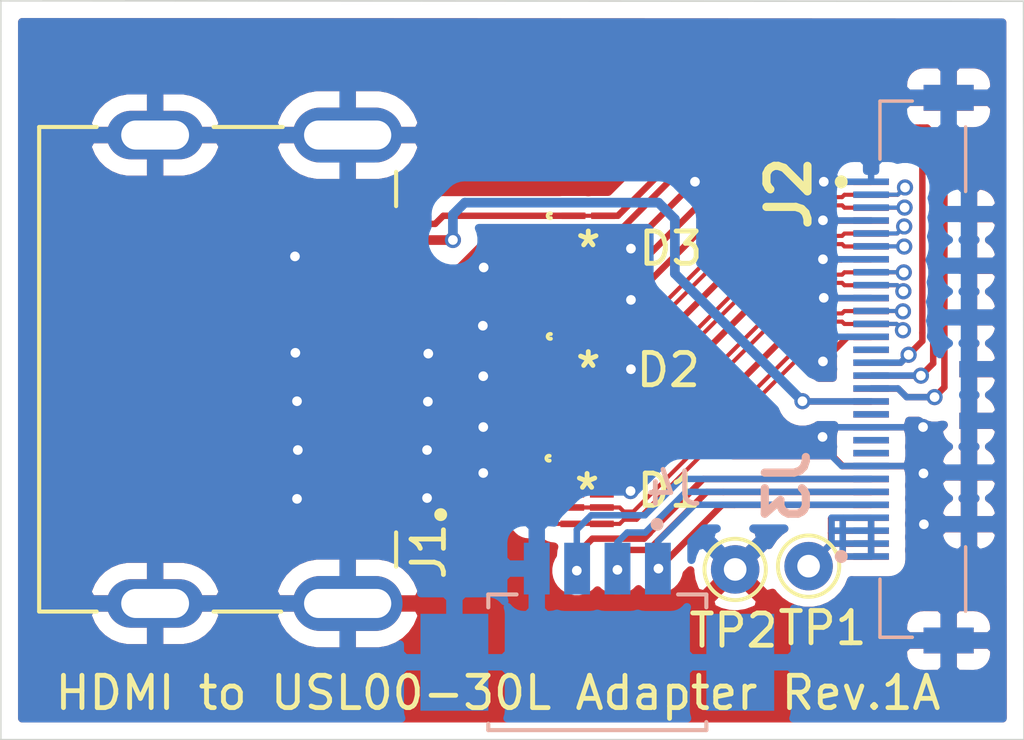
<source format=kicad_pcb>
(kicad_pcb (version 20171130) (host pcbnew 5.1.10-88a1d61d58~88~ubuntu18.04.1)

  (general
    (thickness 1.6)
    (drawings 8)
    (tracks 440)
    (zones 0)
    (modules 9)
    (nets 25)
  )

  (page A4)
  (layers
    (0 F.Cu signal)
    (31 B.Cu signal)
    (33 F.Adhes user)
    (35 F.Paste user)
    (37 F.SilkS user)
    (38 B.Mask user)
    (39 F.Mask user)
    (40 Dwgs.User user hide)
    (41 Cmts.User user hide)
    (42 Eco1.User user hide)
    (43 Eco2.User user)
    (44 Edge.Cuts user)
    (45 Margin user hide)
    (46 B.CrtYd user)
    (47 F.CrtYd user hide)
    (49 F.Fab user)
  )

  (setup
    (last_trace_width 0.2)
    (user_trace_width 0.127)
    (user_trace_width 0.3)
    (trace_clearance 0.05)
    (zone_clearance 0.508)
    (zone_45_only no)
    (trace_min 0.1)
    (via_size 0.5)
    (via_drill 0.3)
    (via_min_size 0.3)
    (via_min_drill 0.3)
    (user_via 0.5 0.3)
    (uvia_size 0.3)
    (uvia_drill 0.1)
    (uvias_allowed no)
    (uvia_min_size 0.3)
    (uvia_min_drill 0.1)
    (edge_width 0.05)
    (segment_width 0.2)
    (pcb_text_width 0.3)
    (pcb_text_size 1.5 1.5)
    (mod_edge_width 0.12)
    (mod_text_size 1 1)
    (mod_text_width 0.15)
    (pad_size 1.4 1.2)
    (pad_drill 0)
    (pad_to_mask_clearance 0)
    (aux_axis_origin 12.82192 59.50026)
    (visible_elements FFFFFF7F)
    (pcbplotparams
      (layerselection 0x010e8_ffffffff)
      (usegerberextensions false)
      (usegerberattributes true)
      (usegerberadvancedattributes true)
      (creategerberjobfile true)
      (excludeedgelayer true)
      (linewidth 0.100000)
      (plotframeref true)
      (viasonmask false)
      (mode 1)
      (useauxorigin false)
      (hpglpennumber 1)
      (hpglpenspeed 20)
      (hpglpendiameter 15.000000)
      (psnegative false)
      (psa4output false)
      (plotreference true)
      (plotvalue true)
      (plotinvisibletext false)
      (padsonsilk false)
      (subtractmaskfromsilk false)
      (outputformat 1)
      (mirror false)
      (drillshape 0)
      (scaleselection 1)
      (outputdirectory "prod/V1A/"))
  )

  (net 0 "")
  (net 1 GND)
  (net 2 "Net-(J1-Pad14)")
  (net 3 /RESET)
  (net 4 /UART_TX)
  (net 5 /UART_RX)
  (net 6 /USB_D+)
  (net 7 /USB_D-)
  (net 8 "Net-(J2-Pad14)")
  (net 9 +5V)
  (net 10 /HDMI1_HPD)
  (net 11 /HDMI1_SDA)
  (net 12 /HDMI1_SCL)
  (net 13 /D2P)
  (net 14 /D2N)
  (net 15 /D1P)
  (net 16 /D1N)
  (net 17 /D0P)
  (net 18 /D0N)
  (net 19 /CKP)
  (net 20 /CKN)
  (net 21 /CEC)
  (net 22 VBUS)
  (net 23 /+12V)
  (net 24 "Net-(J3-Pad17)")

  (net_class Default "This is the default net class."
    (clearance 0.05)
    (trace_width 0.2)
    (via_dia 0.5)
    (via_drill 0.3)
    (uvia_dia 0.3)
    (uvia_drill 0.1)
    (diff_pair_width 0.127)
    (diff_pair_gap 0.127)
    (add_net +5V)
    (add_net /+12V)
    (add_net /CEC)
    (add_net /CKN)
    (add_net /CKP)
    (add_net /D0N)
    (add_net /D0P)
    (add_net /D1N)
    (add_net /D1P)
    (add_net /D2N)
    (add_net /D2P)
    (add_net /HDMI1_HPD)
    (add_net /HDMI1_SCL)
    (add_net /HDMI1_SDA)
    (add_net /RESET)
    (add_net /UART_RX)
    (add_net /UART_TX)
    (add_net /USB_D+)
    (add_net /USB_D-)
    (add_net GND)
    (add_net "Net-(J1-Pad14)")
    (add_net "Net-(J2-Pad14)")
    (add_net "Net-(J3-Pad17)")
    (add_net VBUS)
  )

  (module TestPoint:TestPoint_THTPad_D1.5mm_Drill0.7mm (layer F.Cu) (tedit 5A0F774F) (tstamp 6192C4AE)
    (at 135.8265 88.7349 270)
    (descr "THT pad as test Point, diameter 1.5mm, hole diameter 0.7mm")
    (tags "test point THT pad")
    (path /61BFD2B7)
    (attr virtual)
    (fp_text reference TP2 (at 1.8923 0.0508 180) (layer F.SilkS)
      (effects (font (size 1 1) (thickness 0.15)))
    )
    (fp_text value TestPoint (at 0 1.75 90) (layer F.Fab)
      (effects (font (size 1 1) (thickness 0.15)))
    )
    (fp_circle (center 0 0) (end 1.25 0) (layer F.CrtYd) (width 0.05))
    (fp_circle (center 0 0) (end 0 0.95) (layer F.SilkS) (width 0.12))
    (fp_text user %R (at 1.9177 -0.4445 180) (layer F.Fab)
      (effects (font (size 1 1) (thickness 0.15)))
    )
    (pad 1 thru_hole circle (at 0 0 270) (size 1.5 1.5) (drill 0.7) (layers *.Cu *.Mask)
      (net 1 GND))
  )

  (module TestPoint:TestPoint_THTPad_D1.5mm_Drill0.7mm (layer F.Cu) (tedit 5A0F774F) (tstamp 619283BA)
    (at 138.0998 88.6333)
    (descr "THT pad as test Point, diameter 1.5mm, hole diameter 0.7mm")
    (tags "test point THT pad")
    (path /61AF25C3)
    (attr virtual)
    (fp_text reference TP1 (at 0.4318 1.9177) (layer F.SilkS)
      (effects (font (size 1 1) (thickness 0.15)))
    )
    (fp_text value TestPoint (at 0 1.75) (layer F.Fab)
      (effects (font (size 1 1) (thickness 0.15)))
    )
    (fp_circle (center 0 0) (end 1.25 0) (layer F.CrtYd) (width 0.05))
    (fp_circle (center 0 0) (end 0 0.95) (layer F.SilkS) (width 0.12))
    (fp_text user %R (at 0.4318 2.0574) (layer F.Fab)
      (effects (font (size 1 1) (thickness 0.15)))
    )
    (pad 1 thru_hole circle (at 0 0) (size 1.5 1.5) (drill 0.7) (layers *.Cu *.Mask)
      (net 23 /+12V))
  )

  (module footprints:USL0030L (layer B.Cu) (tedit 0) (tstamp 6192C476)
    (at 140.3096 82.5335 90)
    (descr USL00-30L-1)
    (tags Connector)
    (path /61BC1934)
    (attr smd)
    (fp_text reference J3 (at -3.6284 -2.8702 -90) (layer B.SilkS)
      (effects (font (size 1.27 1.27) (thickness 0.254)) (justify mirror))
    )
    (fp_text value USL00-30L (at 0.0127 -3.3274 -90) (layer B.SilkS) hide
      (effects (font (size 1 1) (thickness 0.25)) (justify mirror))
    )
    (fp_line (start -8.3 2.65) (end 8.3 2.65) (layer B.Fab) (width 0.2))
    (fp_line (start 8.3 2.65) (end 8.3 0) (layer B.Fab) (width 0.2))
    (fp_line (start 8.3 0) (end -8.3 0) (layer B.Fab) (width 0.2))
    (fp_line (start -8.3 0) (end -8.3 2.65) (layer B.Fab) (width 0.2))
    (fp_line (start -9.8 4.055) (end 9.8 4.055) (layer B.CrtYd) (width 0.1))
    (fp_line (start 9.8 4.055) (end 9.8 -1.825) (layer B.CrtYd) (width 0.1))
    (fp_line (start 9.8 -1.825) (end -9.8 -1.825) (layer B.CrtYd) (width 0.1))
    (fp_line (start -9.8 -1.825) (end -9.8 4.055) (layer B.CrtYd) (width 0.1))
    (fp_line (start -8.3 1) (end -8.3 0) (layer B.SilkS) (width 0.1))
    (fp_line (start -8.3 0) (end -6.5 0) (layer B.SilkS) (width 0.1))
    (fp_line (start 6.5 0) (end 8.3 0) (layer B.SilkS) (width 0.1))
    (fp_line (start 8.3 0) (end 8.3 1) (layer B.SilkS) (width 0.1))
    (fp_line (start 5.5 2.65) (end 7.5 2.65) (layer B.SilkS) (width 0.1))
    (fp_line (start -7.5 2.65) (end -5.5 2.65) (layer B.SilkS) (width 0.1))
    (fp_line (start -5.9 -1.2) (end -5.9 -1.2) (layer B.SilkS) (width 0.2))
    (fp_line (start -5.7 -1.2) (end -5.7 -1.2) (layer B.SilkS) (width 0.2))
    (fp_arc (start -5.8 -1.2) (end -5.7 -1.2) (angle 180) (layer B.SilkS) (width 0.2))
    (fp_arc (start -5.8 -1.2) (end -5.9 -1.2) (angle 180) (layer B.SilkS) (width 0.2))
    (fp_text user %R (at -3.6157 -2.8194 -90) (layer B.Fab)
      (effects (font (size 1.27 1.27) (thickness 0.254)) (justify mirror))
    )
    (pad G9 smd rect (at 8.4 2.125 90) (size 0.8 1.55) (layers B.Cu B.Paste B.Mask)
      (net 1 GND))
    (pad G8 smd rect (at -8.4 2.125 90) (size 0.8 1.55) (layers B.Cu B.Paste B.Mask)
      (net 1 GND))
    (pad G7 smd rect (at 4.8 2.755 90) (size 0.5 0.6) (layers B.Cu B.Paste B.Mask)
      (net 1 GND))
    (pad G6 smd rect (at 3.2 2.755 90) (size 0.5 0.6) (layers B.Cu B.Paste B.Mask)
      (net 1 GND))
    (pad G5 smd rect (at 1.6 2.755 90) (size 0.5 0.6) (layers B.Cu B.Paste B.Mask)
      (net 1 GND))
    (pad G4 smd rect (at 0 2.755 90) (size 0.5 0.6) (layers B.Cu B.Paste B.Mask)
      (net 1 GND))
    (pad G3 smd rect (at -1.6 2.755 90) (size 0.5 0.6) (layers B.Cu B.Paste B.Mask)
      (net 1 GND))
    (pad G2 smd rect (at -3.2 2.755 90) (size 0.5 0.6) (layers B.Cu B.Paste B.Mask)
      (net 1 GND))
    (pad G1 smd rect (at -4.8 2.755 90) (size 0.5 0.6) (layers B.Cu B.Paste B.Mask)
      (net 1 GND))
    (pad 30 smd rect (at 5.8 -0.275 90) (size 0.2 1.1) (layers B.Cu B.Paste B.Mask)
      (net 1 GND))
    (pad 29 smd rect (at 5.4 -0.275 90) (size 0.2 1.1) (layers B.Cu B.Paste B.Mask)
      (net 20 /CKN))
    (pad 28 smd rect (at 5 -0.275 90) (size 0.2 1.1) (layers B.Cu B.Paste B.Mask)
      (net 19 /CKP))
    (pad 27 smd rect (at 4.6 -0.275 90) (size 0.2 1.1) (layers B.Cu B.Paste B.Mask)
      (net 1 GND))
    (pad 26 smd rect (at 4.2 -0.275 90) (size 0.2 1.1) (layers B.Cu B.Paste B.Mask)
      (net 18 /D0N))
    (pad 25 smd rect (at 3.8 -0.275 90) (size 0.2 1.1) (layers B.Cu B.Paste B.Mask)
      (net 17 /D0P))
    (pad 24 smd rect (at 3.4 -0.275 90) (size 0.2 1.1) (layers B.Cu B.Paste B.Mask)
      (net 1 GND))
    (pad 23 smd rect (at 3 -0.275 90) (size 0.2 1.1) (layers B.Cu B.Paste B.Mask)
      (net 16 /D1N))
    (pad 22 smd rect (at 2.6 -0.275 90) (size 0.2 1.1) (layers B.Cu B.Paste B.Mask)
      (net 15 /D1P))
    (pad 21 smd rect (at 2.2 -0.275 90) (size 0.2 1.1) (layers B.Cu B.Paste B.Mask)
      (net 1 GND))
    (pad 20 smd rect (at 1.8 -0.275 90) (size 0.2 1.1) (layers B.Cu B.Paste B.Mask)
      (net 14 /D2N))
    (pad 19 smd rect (at 1.4 -0.275 90) (size 0.2 1.1) (layers B.Cu B.Paste B.Mask)
      (net 13 /D2P))
    (pad 18 smd rect (at 1 -0.275 90) (size 0.2 1.1) (layers B.Cu B.Paste B.Mask)
      (net 1 GND))
    (pad 17 smd rect (at 0.6 -0.275 90) (size 0.2 1.1) (layers B.Cu B.Paste B.Mask)
      (net 24 "Net-(J3-Pad17)"))
    (pad 16 smd rect (at 0.2 -0.275 90) (size 0.2 1.1) (layers B.Cu B.Paste B.Mask)
      (net 12 /HDMI1_SCL))
    (pad 15 smd rect (at -0.2 -0.275 90) (size 0.2 1.1) (layers B.Cu B.Paste B.Mask)
      (net 11 /HDMI1_SDA))
    (pad 14 smd rect (at -0.6 -0.275 90) (size 0.2 1.1) (layers B.Cu B.Paste B.Mask)
      (net 10 /HDMI1_HPD))
    (pad 13 smd rect (at -1 -0.275 90) (size 0.2 1.1) (layers B.Cu B.Paste B.Mask)
      (net 9 +5V))
    (pad 12 smd rect (at -1.4 -0.275 90) (size 0.2 1.1) (layers B.Cu B.Paste B.Mask)
      (net 22 VBUS))
    (pad 11 smd rect (at -1.8 -0.275 90) (size 0.2 1.1) (layers B.Cu B.Paste B.Mask)
      (net 1 GND))
    (pad 10 smd rect (at -2.2 -0.275 90) (size 0.2 1.1) (layers B.Cu B.Paste B.Mask)
      (net 7 /USB_D-))
    (pad 9 smd rect (at -2.6 -0.275 90) (size 0.2 1.1) (layers B.Cu B.Paste B.Mask)
      (net 6 /USB_D+))
    (pad 8 smd rect (at -3 -0.275 90) (size 0.2 1.1) (layers B.Cu B.Paste B.Mask)
      (net 1 GND))
    (pad 7 smd rect (at -3.4 -0.275 90) (size 0.2 1.1) (layers B.Cu B.Paste B.Mask)
      (net 5 /UART_RX))
    (pad 6 smd rect (at -3.8 -0.275 90) (size 0.2 1.1) (layers B.Cu B.Paste B.Mask)
      (net 4 /UART_TX))
    (pad 5 smd rect (at -4.2 -0.275 90) (size 0.2 1.1) (layers B.Cu B.Paste B.Mask)
      (net 3 /RESET))
    (pad 4 smd rect (at -4.6 -0.275 90) (size 0.2 1.1) (layers B.Cu B.Paste B.Mask)
      (net 23 /+12V))
    (pad 3 smd rect (at -5 -0.275 90) (size 0.2 1.1) (layers B.Cu B.Paste B.Mask)
      (net 23 /+12V))
    (pad 2 smd rect (at -5.4 -0.275 90) (size 0.2 1.1) (layers B.Cu B.Paste B.Mask)
      (net 23 /+12V))
    (pad 1 smd rect (at -5.8 -0.275 90) (size 0.2 1.1) (layers B.Cu B.Paste B.Mask)
      (net 23 /+12V))
    (model USL00-30L.stp
      (at (xyz 0 0 0))
      (scale (xyz 1 1 1))
      (rotate (xyz 0 0 0))
    )
    (model ${KIPRJMOD}/3d_models/usl00-30l_p0-4_l16-6_w2-75.stp
      (offset (xyz 0 1.3 0))
      (scale (xyz 1 1 1))
      (rotate (xyz -90 0 0))
    )
  )

  (module footprints:MOLEX_53261-0471 (layer B.Cu) (tedit 618DB9E3) (tstamp 619259DC)
    (at 131.5593 88.7095 180)
    (path /6194A376)
    (fp_text reference J4 (at -2.368485 2.478645) (layer B.SilkS)
      (effects (font (size 1.001472 1.001472) (thickness 0.15)) (justify mirror))
    )
    (fp_text value 53261-0471 (at 4.39592 -6.173285) (layer B.Fab)
      (effects (font (size 1.001346 1.001346) (thickness 0.15)) (justify mirror))
    )
    (fp_line (start -5.75 -5.25) (end -5.75 1) (layer B.CrtYd) (width 0.05))
    (fp_line (start -5.75 1) (end 5.75 1) (layer B.CrtYd) (width 0.05))
    (fp_line (start 5.75 1) (end 5.75 -5.25) (layer B.CrtYd) (width 0.05))
    (fp_line (start 5.75 -5.25) (end -5.75 -5.25) (layer B.CrtYd) (width 0.05))
    (fp_circle (center -1.85 1.37) (end -1.75 1.37) (layer B.SilkS) (width 0.2))
    (fp_circle (center -1.85 1.37) (end -1.75 1.37) (layer B.Fab) (width 0.2))
    (fp_line (start -3.375 -0.8) (end 3.375 -0.8) (layer B.Fab) (width 0.127))
    (fp_line (start 3.375 -0.8) (end 3.375 -1.8) (layer B.Fab) (width 0.127))
    (fp_line (start 3.375 -1.8) (end 4.875 -1.8) (layer B.Fab) (width 0.127))
    (fp_line (start 4.875 -1.8) (end 4.875 -4.6) (layer B.Fab) (width 0.127))
    (fp_line (start 4.875 -4.6) (end 3.375 -4.6) (layer B.Fab) (width 0.127))
    (fp_line (start 3.375 -4.6) (end 3.375 -5) (layer B.Fab) (width 0.127))
    (fp_line (start 3.375 -5) (end -3.375 -5) (layer B.Fab) (width 0.127))
    (fp_line (start -3.375 -5) (end -3.375 -4.6) (layer B.Fab) (width 0.127))
    (fp_line (start -3.375 -4.6) (end -4.875 -4.6) (layer B.Fab) (width 0.127))
    (fp_line (start -4.875 -4.6) (end -4.875 -1.8) (layer B.Fab) (width 0.127))
    (fp_line (start -4.875 -1.8) (end -3.375 -1.8) (layer B.Fab) (width 0.127))
    (fp_line (start -3.375 -1.8) (end -3.375 -0.8) (layer B.Fab) (width 0.127))
    (fp_line (start -2.5 -0.8) (end -3.375 -0.8) (layer B.SilkS) (width 0.127))
    (fp_line (start -3.375 -0.8) (end -3.375 -1.2) (layer B.SilkS) (width 0.127))
    (fp_line (start 2.5 -0.8) (end 3.375 -0.8) (layer B.SilkS) (width 0.127))
    (fp_line (start 3.375 -0.8) (end 3.375 -1.2) (layer B.SilkS) (width 0.127))
    (fp_line (start 3.375 -4.8) (end 3.375 -5) (layer B.SilkS) (width 0.127))
    (fp_line (start 3.375 -5) (end -3.375 -5) (layer B.SilkS) (width 0.127))
    (fp_line (start -3.375 -5) (end -3.375 -4.75) (layer B.SilkS) (width 0.127))
    (pad SH2 smd rect (at 4.425 -2.9 180) (size 2.1 3) (layers B.Cu B.Paste B.Mask)
      (net 1 GND))
    (pad SH1 smd rect (at -4.425 -2.9 180) (size 2.1 3) (layers B.Cu B.Paste B.Mask)
      (net 1 GND))
    (pad 4 smd rect (at 1.875 0 180) (size 0.8 1.6) (layers B.Cu B.Paste B.Mask)
      (net 1 GND))
    (pad 3 smd rect (at 0.625 0 180) (size 0.8 1.6) (layers B.Cu B.Paste B.Mask)
      (net 5 /UART_RX))
    (pad 1 smd rect (at -1.875 0 180) (size 0.8 1.6) (layers B.Cu B.Paste B.Mask)
      (net 3 /RESET))
    (pad 2 smd rect (at -0.625 0 180) (size 0.8 1.6) (layers B.Cu B.Paste B.Mask)
      (net 4 /UART_TX))
    (model ${KIPRJMOD}/3d_models/53261-0471.step
      (offset (xyz 0 -3.7 1))
      (scale (xyz 1 1 1))
      (rotate (xyz 0 0 180))
    )
  )

  (module footprints:TE_1747981-1 (layer F.Cu) (tedit 61914CE9) (tstamp 6191B023)
    (at 123.8307 82.5387 270)
    (path /6191DF52)
    (fp_text reference J1 (at 5.6374 -2.5089 90) (layer F.SilkS)
      (effects (font (size 1.001945 1.001945) (thickness 0.15)))
    )
    (fp_text value 1747981-1 (at 0.1256 7.9432 90) (layer F.Fab) hide
      (effects (font (size 1.000756 1.000756) (thickness 0.15)))
    )
    (fp_line (start -7.5 9.55) (end 7.5 9.55) (layer F.Fab) (width 0.127))
    (fp_line (start -7.5 -1.5) (end 7.5 -1.5) (layer F.Fab) (width 0.127))
    (fp_line (start 7.5 -1.5) (end 7.5 9.545) (layer F.Fab) (width 0.127))
    (fp_line (start 7.5 9.545) (end 7.5 9.55) (layer F.Fab) (width 0.127))
    (fp_line (start 7.5 9.55) (end 7.5 10.05) (layer F.Fab) (width 0.127))
    (fp_line (start 7.5 10.05) (end -7.5 10.05) (layer F.Fab) (width 0.127))
    (fp_line (start -7.5 10.05) (end -7.5 9.55) (layer F.Fab) (width 0.127))
    (fp_line (start -7.5 9.55) (end -7.5 -1.5) (layer F.Fab) (width 0.127))
    (fp_line (start -7.5 2.01) (end -7.5 4.15) (layer F.SilkS) (width 0.127))
    (fp_line (start 7.5 2.06) (end 7.5 4.15) (layer F.SilkS) (width 0.127))
    (fp_line (start -6.11 -1.5) (end -5.05 -1.5) (layer F.SilkS) (width 0.127))
    (fp_line (start 6.11 -1.5) (end 5.05 -1.5) (layer F.SilkS) (width 0.127))
    (fp_line (start -7.5 7.77) (end -7.5 9.55) (layer F.SilkS) (width 0.127))
    (fp_line (start -7.5 9.55) (end 7.5 9.55) (layer F.SilkS) (width 0.127))
    (fp_line (start 7.5 9.55) (end 7.5 7.77) (layer F.SilkS) (width 0.127))
    (fp_line (start -8.35 -2.31) (end 8.35 -2.31) (layer F.CrtYd) (width 0.05))
    (fp_line (start 8.35 -2.31) (end 8.35 10.3) (layer F.CrtYd) (width 0.05))
    (fp_line (start 8.35 10.3) (end -8.35 10.3) (layer F.CrtYd) (width 0.05))
    (fp_line (start -8.35 10.3) (end -8.35 -2.31) (layer F.CrtYd) (width 0.05))
    (fp_circle (center 4.5 -2.88) (end 4.6 -2.88) (layer F.Fab) (width 0.2))
    (fp_circle (center 4.5 -2.88) (end 4.6 -2.88) (layer F.SilkS) (width 0.2))
    (fp_line (start 7.5 9.545) (end 9.45 9.545) (layer F.Fab) (width 0.127))
    (fp_text user PCB-EDGE (at 8.59 9.165 90) (layer F.Fab)
      (effects (font (size 0.64 0.64) (thickness 0.15)))
    )
    (pad S4 thru_hole oval (at 7.25 5.96 270) (size 1.5 3) (drill oval 0.9 2.1) (layers *.Cu *.Mask)
      (net 1 GND))
    (pad S3 thru_hole oval (at 7.25 0 270) (size 1.7 3.4) (drill oval 0.9 2.7) (layers *.Cu *.Mask)
      (net 1 GND))
    (pad S2 thru_hole oval (at -7.25 5.96 270) (size 1.5 3) (drill oval 0.9 2.1) (layers *.Cu *.Mask)
      (net 1 GND))
    (pad S1 thru_hole oval (at -7.25 0 270) (size 1.7 3.4) (drill oval 0.9 2.7) (layers *.Cu *.Mask)
      (net 1 GND))
    (pad 19 smd rect (at -4.5 -0.76 270) (size 0.3 2.6) (layers F.Cu F.Paste F.Mask)
      (net 10 /HDMI1_HPD))
    (pad 18 smd rect (at -4 -0.76 270) (size 0.3 2.6) (layers F.Cu F.Paste F.Mask)
      (net 9 +5V))
    (pad 17 smd rect (at -3.5 -0.76 270) (size 0.3 2.6) (layers F.Cu F.Paste F.Mask)
      (net 1 GND))
    (pad 16 smd rect (at -3 -0.76 270) (size 0.3 2.6) (layers F.Cu F.Paste F.Mask)
      (net 11 /HDMI1_SDA))
    (pad 15 smd rect (at -2.5 -0.76 270) (size 0.3 2.6) (layers F.Cu F.Paste F.Mask)
      (net 12 /HDMI1_SCL))
    (pad 14 smd rect (at -2 -0.76 270) (size 0.3 2.6) (layers F.Cu F.Paste F.Mask)
      (net 2 "Net-(J1-Pad14)"))
    (pad 13 smd rect (at -1.5 -0.76 270) (size 0.3 2.6) (layers F.Cu F.Paste F.Mask)
      (net 21 /CEC))
    (pad 12 smd rect (at -1 -0.76 270) (size 0.3 2.6) (layers F.Cu F.Paste F.Mask)
      (net 20 /CKN))
    (pad 11 smd rect (at -0.5 -0.76 270) (size 0.3 2.6) (layers F.Cu F.Paste F.Mask)
      (net 1 GND))
    (pad 10 smd rect (at 0 -0.76 270) (size 0.3 2.6) (layers F.Cu F.Paste F.Mask)
      (net 19 /CKP))
    (pad 9 smd rect (at 0.5 -0.76 270) (size 0.3 2.6) (layers F.Cu F.Paste F.Mask)
      (net 18 /D0N))
    (pad 8 smd rect (at 1 -0.76 270) (size 0.3 2.6) (layers F.Cu F.Paste F.Mask)
      (net 1 GND))
    (pad 7 smd rect (at 1.5 -0.76 270) (size 0.3 2.6) (layers F.Cu F.Paste F.Mask)
      (net 17 /D0P))
    (pad 6 smd rect (at 2 -0.76 270) (size 0.3 2.6) (layers F.Cu F.Paste F.Mask)
      (net 16 /D1N))
    (pad 5 smd rect (at 2.5 -0.76 270) (size 0.3 2.6) (layers F.Cu F.Paste F.Mask)
      (net 1 GND))
    (pad 4 smd rect (at 3 -0.76 270) (size 0.3 2.6) (layers F.Cu F.Paste F.Mask)
      (net 15 /D1P))
    (pad 3 smd rect (at 3.5 -0.76 270) (size 0.3 2.6) (layers F.Cu F.Paste F.Mask)
      (net 14 /D2N))
    (pad 2 smd rect (at 4 -0.76 270) (size 0.3 2.6) (layers F.Cu F.Paste F.Mask)
      (net 1 GND))
    (pad 1 smd rect (at 4.5 -0.76 270) (size 0.3 2.6) (layers F.Cu F.Paste F.Mask)
      (net 13 /D2P))
    (model ${KIPRJMOD}/3d_models/1747981-1.stp
      (offset (xyz 0 -10 3.5))
      (scale (xyz 1 1 1))
      (rotate (xyz -90 0 0))
    )
  )

  (module footprints:ESD0524P (layer F.Cu) (tedit 0) (tstamp 6191AFF1)
    (at 131.2799 78.8035)
    (path /61A426FF)
    (fp_text reference D3 (at 2.5527 0) (layer F.SilkS)
      (effects (font (size 1 1) (thickness 0.15)))
    )
    (fp_text value ESD0524P (at 0.6858 1.9558) (layer F.SilkS) hide
      (effects (font (size 1 1) (thickness 0.15)))
    )
    (fp_line (start -0.5207 1.27) (end 0.5207 1.27) (layer F.Fab) (width 0.1))
    (fp_line (start 0.5207 1.27) (end 0.5207 -1.27) (layer F.Fab) (width 0.1))
    (fp_line (start 0.5207 -1.27) (end -0.5207 -1.27) (layer F.Fab) (width 0.1))
    (fp_line (start -0.5207 -1.27) (end -0.5207 1.27) (layer F.Fab) (width 0.1))
    (fp_line (start -1.0795 1.3716) (end -1.0795 -1.3716) (layer F.CrtYd) (width 0.05))
    (fp_line (start -1.0795 -1.3716) (end -0.7747 -1.3716) (layer F.CrtYd) (width 0.05))
    (fp_line (start -0.7747 -1.3716) (end -0.7747 -1.524) (layer F.CrtYd) (width 0.05))
    (fp_line (start -0.7747 -1.524) (end 0.7747 -1.524) (layer F.CrtYd) (width 0.05))
    (fp_line (start 0.7747 -1.524) (end 0.7747 -1.3716) (layer F.CrtYd) (width 0.05))
    (fp_line (start 0.7747 -1.3716) (end 1.0795 -1.3716) (layer F.CrtYd) (width 0.05))
    (fp_line (start 1.0795 -1.3716) (end 1.0795 1.3716) (layer F.CrtYd) (width 0.05))
    (fp_line (start 1.0795 1.3716) (end 0.7747 1.3716) (layer F.CrtYd) (width 0.05))
    (fp_line (start 0.7747 1.3716) (end 0.7747 1.524) (layer F.CrtYd) (width 0.05))
    (fp_line (start 0.7747 1.524) (end -0.7747 1.524) (layer F.CrtYd) (width 0.05))
    (fp_line (start -0.7747 1.524) (end -0.7747 1.3716) (layer F.CrtYd) (width 0.05))
    (fp_line (start -0.7747 1.3716) (end -1.0795 1.3716) (layer F.CrtYd) (width 0.05))
    (fp_circle (center -1.1811 -1.016) (end -1.1811 -1.016) (layer F.CrtYd) (width 0.05))
    (fp_circle (center -0.0889 -1.016) (end -0.0889 -1.016) (layer F.Fab) (width 0.1))
    (fp_arc (start 0 -1.27) (end -0.3048 -1.27) (angle -180) (layer F.Fab) (width 0.1))
    (fp_arc (start -1.1811 -1.016) (end -1.15824 -1.08869) (angle -214.915207) (layer F.SilkS) (width 0.12))
    (fp_arc (start 0 -1.27) (end -0.086783 -1.27) (angle -180) (layer F.CrtYd) (width 0.05))
    (fp_text user 0.029in/0.737mm (at -0.4572 3.048) (layer Dwgs.User)
      (effects (font (size 1 1) (thickness 0.15)))
    )
    (fp_text user 0.036in/0.914mm (at 0 -3.683) (layer Dwgs.User)
      (effects (font (size 1 1) (thickness 0.15)))
    )
    (fp_text user 0.008in/0.203mm (at 3.5052 -1.016) (layer Dwgs.User)
      (effects (font (size 1 1) (thickness 0.15)))
    )
    (fp_text user 0.02in/0.508mm (at -3.5052 -0.762) (layer Dwgs.User)
      (effects (font (size 1 1) (thickness 0.15)))
    )
    (fp_text user * (at 0 0) (layer F.Fab)
      (effects (font (size 1 1) (thickness 0.15)))
    )
    (fp_text user * (at 0 0) (layer F.SilkS)
      (effects (font (size 1 1) (thickness 0.15)))
    )
    (fp_text user "Copyright 2021 Accelerated Designs. All rights reserved." (at 0 0) (layer Cmts.User)
      (effects (font (size 0.127 0.127) (thickness 0.002)))
    )
    (pad 10 smd rect (at 0.4572 -1.016) (size 0.7366 0.2032) (layers F.Cu F.Paste F.Mask)
      (net 10 /HDMI1_HPD))
    (pad 9 smd rect (at 0.4572 -0.508) (size 0.7366 0.2032) (layers F.Cu F.Paste F.Mask)
      (net 11 /HDMI1_SDA))
    (pad 8 smd rect (at 0.4572 0) (size 0.7366 0.4064) (layers F.Cu F.Paste F.Mask)
      (net 1 GND))
    (pad 7 smd rect (at 0.4572 0.508) (size 0.7366 0.2032) (layers F.Cu F.Paste F.Mask)
      (net 12 /HDMI1_SCL))
    (pad 6 smd rect (at 0.4572 1.016) (size 0.7366 0.2032) (layers F.Cu F.Paste F.Mask)
      (net 21 /CEC))
    (pad 5 smd rect (at -0.4572 1.016) (size 0.7366 0.2032) (layers F.Cu F.Paste F.Mask)
      (net 21 /CEC))
    (pad 4 smd rect (at -0.4572 0.508) (size 0.7366 0.2032) (layers F.Cu F.Paste F.Mask)
      (net 12 /HDMI1_SCL))
    (pad 3 smd rect (at -0.4572 0) (size 0.7366 0.4064) (layers F.Cu F.Paste F.Mask)
      (net 1 GND))
    (pad 2 smd rect (at -0.4572 -0.508) (size 0.7366 0.2032) (layers F.Cu F.Paste F.Mask)
      (net 11 /HDMI1_SDA))
    (pad 1 smd rect (at -0.4572 -1.016) (size 0.7366 0.2032) (layers F.Cu F.Paste F.Mask)
      (net 10 /HDMI1_HPD))
    (model ${KIPRJMOD}/3d_models/cddfn10-0524p.stp
      (at (xyz 0 0 0))
      (scale (xyz 1 1 1))
      (rotate (xyz -90 0 0))
    )
  )

  (module footprints:ESD0524P (layer F.Cu) (tedit 0) (tstamp 6191AFC7)
    (at 131.2799 82.5373)
    (path /61A30717)
    (fp_text reference D2 (at 2.4765 0.0254) (layer F.SilkS)
      (effects (font (size 1 1) (thickness 0.15)))
    )
    (fp_text value ESD0524P (at 0.6477 1.9431) (layer F.SilkS) hide
      (effects (font (size 1 1) (thickness 0.15)))
    )
    (fp_circle (center -0.0889 -1.016) (end -0.0889 -1.016) (layer F.Fab) (width 0.1))
    (fp_circle (center -1.1811 -1.016) (end -1.1811 -1.016) (layer F.CrtYd) (width 0.05))
    (fp_line (start -0.7747 1.3716) (end -1.0795 1.3716) (layer F.CrtYd) (width 0.05))
    (fp_line (start -0.7747 1.524) (end -0.7747 1.3716) (layer F.CrtYd) (width 0.05))
    (fp_line (start 0.7747 1.524) (end -0.7747 1.524) (layer F.CrtYd) (width 0.05))
    (fp_line (start 0.7747 1.3716) (end 0.7747 1.524) (layer F.CrtYd) (width 0.05))
    (fp_line (start 1.0795 1.3716) (end 0.7747 1.3716) (layer F.CrtYd) (width 0.05))
    (fp_line (start 1.0795 -1.3716) (end 1.0795 1.3716) (layer F.CrtYd) (width 0.05))
    (fp_line (start 0.7747 -1.3716) (end 1.0795 -1.3716) (layer F.CrtYd) (width 0.05))
    (fp_line (start 0.7747 -1.524) (end 0.7747 -1.3716) (layer F.CrtYd) (width 0.05))
    (fp_line (start -0.7747 -1.524) (end 0.7747 -1.524) (layer F.CrtYd) (width 0.05))
    (fp_line (start -0.7747 -1.3716) (end -0.7747 -1.524) (layer F.CrtYd) (width 0.05))
    (fp_line (start -1.0795 -1.3716) (end -0.7747 -1.3716) (layer F.CrtYd) (width 0.05))
    (fp_line (start -1.0795 1.3716) (end -1.0795 -1.3716) (layer F.CrtYd) (width 0.05))
    (fp_line (start -0.5207 -1.27) (end -0.5207 1.27) (layer F.Fab) (width 0.1))
    (fp_line (start 0.5207 -1.27) (end -0.5207 -1.27) (layer F.Fab) (width 0.1))
    (fp_line (start 0.5207 1.27) (end 0.5207 -1.27) (layer F.Fab) (width 0.1))
    (fp_line (start -0.5207 1.27) (end 0.5207 1.27) (layer F.Fab) (width 0.1))
    (fp_text user "Copyright 2021 Accelerated Designs. All rights reserved." (at 0 0) (layer Cmts.User)
      (effects (font (size 0.127 0.127) (thickness 0.002)))
    )
    (fp_text user * (at 0 0) (layer F.SilkS)
      (effects (font (size 1 1) (thickness 0.15)))
    )
    (fp_text user * (at 0 0) (layer F.Fab)
      (effects (font (size 1 1) (thickness 0.15)))
    )
    (fp_text user 0.02in/0.508mm (at -3.5052 -0.762) (layer Dwgs.User)
      (effects (font (size 1 1) (thickness 0.15)))
    )
    (fp_text user 0.008in/0.203mm (at 3.5052 -1.016) (layer Dwgs.User)
      (effects (font (size 1 1) (thickness 0.15)))
    )
    (fp_text user 0.036in/0.914mm (at 0 -3.683) (layer Dwgs.User)
      (effects (font (size 1 1) (thickness 0.15)))
    )
    (fp_text user 0.029in/0.737mm (at -0.4572 3.048) (layer Dwgs.User)
      (effects (font (size 1 1) (thickness 0.15)))
    )
    (fp_arc (start 0 -1.27) (end -0.086783 -1.27) (angle -180) (layer F.CrtYd) (width 0.05))
    (fp_arc (start -1.1811 -1.016) (end -1.15824 -1.08869) (angle -214.915207) (layer F.SilkS) (width 0.12))
    (fp_arc (start 0 -1.27) (end -0.3048 -1.27) (angle -180) (layer F.Fab) (width 0.1))
    (pad 1 smd rect (at -0.4572 -1.016) (size 0.7366 0.2032) (layers F.Cu F.Paste F.Mask)
      (net 20 /CKN))
    (pad 2 smd rect (at -0.4572 -0.508) (size 0.7366 0.2032) (layers F.Cu F.Paste F.Mask)
      (net 19 /CKP))
    (pad 3 smd rect (at -0.4572 0) (size 0.7366 0.4064) (layers F.Cu F.Paste F.Mask)
      (net 1 GND))
    (pad 4 smd rect (at -0.4572 0.508) (size 0.7366 0.2032) (layers F.Cu F.Paste F.Mask)
      (net 18 /D0N))
    (pad 5 smd rect (at -0.4572 1.016) (size 0.7366 0.2032) (layers F.Cu F.Paste F.Mask)
      (net 17 /D0P))
    (pad 6 smd rect (at 0.4572 1.016) (size 0.7366 0.2032) (layers F.Cu F.Paste F.Mask)
      (net 17 /D0P))
    (pad 7 smd rect (at 0.4572 0.508) (size 0.7366 0.2032) (layers F.Cu F.Paste F.Mask)
      (net 18 /D0N))
    (pad 8 smd rect (at 0.4572 0) (size 0.7366 0.4064) (layers F.Cu F.Paste F.Mask)
      (net 1 GND))
    (pad 9 smd rect (at 0.4572 -0.508) (size 0.7366 0.2032) (layers F.Cu F.Paste F.Mask)
      (net 19 /CKP))
    (pad 10 smd rect (at 0.4572 -1.016) (size 0.7366 0.2032) (layers F.Cu F.Paste F.Mask)
      (net 20 /CKN))
    (model ${KIPRJMOD}/3d_models/cddfn10-0524p.stp
      (at (xyz 0 0 0))
      (scale (xyz 1 1 1))
      (rotate (xyz -90 0 0))
    )
  )

  (module footprints:ESD0524P (layer F.Cu) (tedit 0) (tstamp 6191AF9D)
    (at 131.2418 86.3092)
    (path /619234B9)
    (fp_text reference D1 (at 2.54 -0.0127) (layer F.SilkS)
      (effects (font (size 1 1) (thickness 0.15)))
    )
    (fp_text value ESD0524P (at 0.635 2.0193) (layer F.SilkS) hide
      (effects (font (size 1 1) (thickness 0.15)))
    )
    (fp_circle (center -0.0889 -1.016) (end -0.0889 -1.016) (layer F.Fab) (width 0.1))
    (fp_circle (center -1.1811 -1.016) (end -1.1811 -1.016) (layer F.CrtYd) (width 0.05))
    (fp_line (start -0.7747 1.3716) (end -1.0795 1.3716) (layer F.CrtYd) (width 0.05))
    (fp_line (start -0.7747 1.524) (end -0.7747 1.3716) (layer F.CrtYd) (width 0.05))
    (fp_line (start 0.7747 1.524) (end -0.7747 1.524) (layer F.CrtYd) (width 0.05))
    (fp_line (start 0.7747 1.3716) (end 0.7747 1.524) (layer F.CrtYd) (width 0.05))
    (fp_line (start 1.0795 1.3716) (end 0.7747 1.3716) (layer F.CrtYd) (width 0.05))
    (fp_line (start 1.0795 -1.3716) (end 1.0795 1.3716) (layer F.CrtYd) (width 0.05))
    (fp_line (start 0.7747 -1.3716) (end 1.0795 -1.3716) (layer F.CrtYd) (width 0.05))
    (fp_line (start 0.7747 -1.524) (end 0.7747 -1.3716) (layer F.CrtYd) (width 0.05))
    (fp_line (start -0.7747 -1.524) (end 0.7747 -1.524) (layer F.CrtYd) (width 0.05))
    (fp_line (start -0.7747 -1.3716) (end -0.7747 -1.524) (layer F.CrtYd) (width 0.05))
    (fp_line (start -1.0795 -1.3716) (end -0.7747 -1.3716) (layer F.CrtYd) (width 0.05))
    (fp_line (start -1.0795 1.3716) (end -1.0795 -1.3716) (layer F.CrtYd) (width 0.05))
    (fp_line (start -0.5207 -1.27) (end -0.5207 1.27) (layer F.Fab) (width 0.1))
    (fp_line (start 0.5207 -1.27) (end -0.5207 -1.27) (layer F.Fab) (width 0.1))
    (fp_line (start 0.5207 1.27) (end 0.5207 -1.27) (layer F.Fab) (width 0.1))
    (fp_line (start -0.5207 1.27) (end 0.5207 1.27) (layer F.Fab) (width 0.1))
    (fp_text user "Copyright 2021 Accelerated Designs. All rights reserved." (at 0 0) (layer Cmts.User)
      (effects (font (size 0.127 0.127) (thickness 0.002)))
    )
    (fp_text user * (at 0 0) (layer F.SilkS)
      (effects (font (size 1 1) (thickness 0.15)))
    )
    (fp_text user * (at 0 0) (layer F.Fab)
      (effects (font (size 1 1) (thickness 0.15)))
    )
    (fp_text user 0.02in/0.508mm (at -3.5052 -0.762) (layer Dwgs.User)
      (effects (font (size 1 1) (thickness 0.15)))
    )
    (fp_text user 0.008in/0.203mm (at 3.5052 -1.016) (layer Dwgs.User)
      (effects (font (size 1 1) (thickness 0.15)))
    )
    (fp_text user 0.036in/0.914mm (at 0 -3.683) (layer Dwgs.User)
      (effects (font (size 1 1) (thickness 0.15)))
    )
    (fp_text user 0.029in/0.737mm (at -0.4572 3.048) (layer Dwgs.User)
      (effects (font (size 1 1) (thickness 0.15)))
    )
    (fp_arc (start 0 -1.27) (end -0.086783 -1.27) (angle -180) (layer F.CrtYd) (width 0.05))
    (fp_arc (start -1.1811 -1.016) (end -1.15824 -1.08869) (angle -214.915207) (layer F.SilkS) (width 0.12))
    (fp_arc (start 0 -1.27) (end -0.3048 -1.27) (angle -180) (layer F.Fab) (width 0.1))
    (pad 1 smd rect (at -0.4572 -1.016) (size 0.7366 0.2032) (layers F.Cu F.Paste F.Mask)
      (net 16 /D1N))
    (pad 2 smd rect (at -0.4572 -0.508) (size 0.7366 0.2032) (layers F.Cu F.Paste F.Mask)
      (net 15 /D1P))
    (pad 3 smd rect (at -0.4572 0) (size 0.7366 0.4064) (layers F.Cu F.Paste F.Mask)
      (net 1 GND))
    (pad 4 smd rect (at -0.4572 0.508) (size 0.7366 0.2032) (layers F.Cu F.Paste F.Mask)
      (net 14 /D2N))
    (pad 5 smd rect (at -0.4572 1.016) (size 0.7366 0.2032) (layers F.Cu F.Paste F.Mask)
      (net 13 /D2P))
    (pad 6 smd rect (at 0.4572 1.016) (size 0.7366 0.2032) (layers F.Cu F.Paste F.Mask)
      (net 13 /D2P))
    (pad 7 smd rect (at 0.4572 0.508) (size 0.7366 0.2032) (layers F.Cu F.Paste F.Mask)
      (net 14 /D2N))
    (pad 8 smd rect (at 0.4572 0) (size 0.7366 0.4064) (layers F.Cu F.Paste F.Mask)
      (net 1 GND))
    (pad 9 smd rect (at 0.4572 -0.508) (size 0.7366 0.2032) (layers F.Cu F.Paste F.Mask)
      (net 15 /D1P))
    (pad 10 smd rect (at 0.4572 -1.016) (size 0.7366 0.2032) (layers F.Cu F.Paste F.Mask)
      (net 16 /D1N))
    (model ${KIPRJMOD}/3d_models/cddfn10-0524p.stp
      (at (xyz 0 0 0))
      (scale (xyz 1 1 1))
      (rotate (xyz -90 0 0))
    )
  )

  (module footprints:USL0030L (layer F.Cu) (tedit 0) (tstamp 6191BFD9)
    (at 140.3096 82.5373 270)
    (descr USL00-30L-1)
    (tags Connector)
    (path /619CCC46)
    (attr smd)
    (fp_text reference J2 (at -5.4483 2.8194 90) (layer F.SilkS)
      (effects (font (size 1.27 1.27) (thickness 0.254)))
    )
    (fp_text value USL00-30L (at 0.0127 3.3274 90) (layer F.SilkS) hide
      (effects (font (size 1 1) (thickness 0.25)))
    )
    (fp_line (start -5.7 1.2) (end -5.7 1.2) (layer F.SilkS) (width 0.2))
    (fp_line (start -5.9 1.2) (end -5.9 1.2) (layer F.SilkS) (width 0.2))
    (fp_line (start -7.5 -2.65) (end -5.5 -2.65) (layer F.SilkS) (width 0.1))
    (fp_line (start 5.5 -2.65) (end 7.5 -2.65) (layer F.SilkS) (width 0.1))
    (fp_line (start 8.3 0) (end 8.3 -1) (layer F.SilkS) (width 0.1))
    (fp_line (start 6.5 0) (end 8.3 0) (layer F.SilkS) (width 0.1))
    (fp_line (start -8.3 0) (end -6.5 0) (layer F.SilkS) (width 0.1))
    (fp_line (start -8.3 -1) (end -8.3 0) (layer F.SilkS) (width 0.1))
    (fp_line (start -9.8 1.825) (end -9.8 -4.055) (layer F.CrtYd) (width 0.1))
    (fp_line (start 9.8 1.825) (end -9.8 1.825) (layer F.CrtYd) (width 0.1))
    (fp_line (start 9.8 -4.055) (end 9.8 1.825) (layer F.CrtYd) (width 0.1))
    (fp_line (start -9.8 -4.055) (end 9.8 -4.055) (layer F.CrtYd) (width 0.1))
    (fp_line (start -8.3 0) (end -8.3 -2.65) (layer F.Fab) (width 0.2))
    (fp_line (start 8.3 0) (end -8.3 0) (layer F.Fab) (width 0.2))
    (fp_line (start 8.3 -2.65) (end 8.3 0) (layer F.Fab) (width 0.2))
    (fp_line (start -8.3 -2.65) (end 8.3 -2.65) (layer F.Fab) (width 0.2))
    (fp_arc (start -5.8 1.2) (end -5.7 1.2) (angle -180) (layer F.SilkS) (width 0.2))
    (fp_arc (start -5.8 1.2) (end -5.9 1.2) (angle -180) (layer F.SilkS) (width 0.2))
    (fp_text user %R (at -5.4229 2.8194 90) (layer F.Fab)
      (effects (font (size 1.27 1.27) (thickness 0.254)))
    )
    (pad G9 smd rect (at 8.4 -2.125 270) (size 0.8 1.55) (layers F.Cu F.Paste F.Mask)
      (net 1 GND))
    (pad G8 smd rect (at -8.4 -2.125 270) (size 0.8 1.55) (layers F.Cu F.Paste F.Mask)
      (net 1 GND))
    (pad G7 smd rect (at 4.8 -2.755 270) (size 0.5 0.6) (layers F.Cu F.Paste F.Mask)
      (net 1 GND))
    (pad G6 smd rect (at 3.2 -2.755 270) (size 0.5 0.6) (layers F.Cu F.Paste F.Mask)
      (net 1 GND))
    (pad G5 smd rect (at 1.6 -2.755 270) (size 0.5 0.6) (layers F.Cu F.Paste F.Mask)
      (net 1 GND))
    (pad G4 smd rect (at 0 -2.755 270) (size 0.5 0.6) (layers F.Cu F.Paste F.Mask)
      (net 1 GND))
    (pad G3 smd rect (at -1.6 -2.755 270) (size 0.5 0.6) (layers F.Cu F.Paste F.Mask)
      (net 1 GND))
    (pad G2 smd rect (at -3.2 -2.755 270) (size 0.5 0.6) (layers F.Cu F.Paste F.Mask)
      (net 1 GND))
    (pad G1 smd rect (at -4.8 -2.755 270) (size 0.5 0.6) (layers F.Cu F.Paste F.Mask)
      (net 1 GND))
    (pad 30 smd rect (at 5.8 0.275 270) (size 0.2 1.1) (layers F.Cu F.Paste F.Mask)
      (net 23 /+12V))
    (pad 29 smd rect (at 5.4 0.275 270) (size 0.2 1.1) (layers F.Cu F.Paste F.Mask)
      (net 23 /+12V))
    (pad 28 smd rect (at 5 0.275 270) (size 0.2 1.1) (layers F.Cu F.Paste F.Mask)
      (net 23 /+12V))
    (pad 27 smd rect (at 4.6 0.275 270) (size 0.2 1.1) (layers F.Cu F.Paste F.Mask)
      (net 23 /+12V))
    (pad 26 smd rect (at 4.2 0.275 270) (size 0.2 1.1) (layers F.Cu F.Paste F.Mask)
      (net 3 /RESET))
    (pad 25 smd rect (at 3.8 0.275 270) (size 0.2 1.1) (layers F.Cu F.Paste F.Mask)
      (net 4 /UART_TX))
    (pad 24 smd rect (at 3.4 0.275 270) (size 0.2 1.1) (layers F.Cu F.Paste F.Mask)
      (net 5 /UART_RX))
    (pad 23 smd rect (at 3 0.275 270) (size 0.2 1.1) (layers F.Cu F.Paste F.Mask)
      (net 1 GND))
    (pad 22 smd rect (at 2.6 0.275 270) (size 0.2 1.1) (layers F.Cu F.Paste F.Mask)
      (net 6 /USB_D+))
    (pad 21 smd rect (at 2.2 0.275 270) (size 0.2 1.1) (layers F.Cu F.Paste F.Mask)
      (net 7 /USB_D-))
    (pad 20 smd rect (at 1.8 0.275 270) (size 0.2 1.1) (layers F.Cu F.Paste F.Mask)
      (net 1 GND))
    (pad 19 smd rect (at 1.4 0.275 270) (size 0.2 1.1) (layers F.Cu F.Paste F.Mask)
      (net 22 VBUS))
    (pad 18 smd rect (at 1 0.275 270) (size 0.2 1.1) (layers F.Cu F.Paste F.Mask)
      (net 9 +5V))
    (pad 17 smd rect (at 0.6 0.275 270) (size 0.2 1.1) (layers F.Cu F.Paste F.Mask)
      (net 10 /HDMI1_HPD))
    (pad 16 smd rect (at 0.2 0.275 270) (size 0.2 1.1) (layers F.Cu F.Paste F.Mask)
      (net 11 /HDMI1_SDA))
    (pad 15 smd rect (at -0.2 0.275 270) (size 0.2 1.1) (layers F.Cu F.Paste F.Mask)
      (net 12 /HDMI1_SCL))
    (pad 14 smd rect (at -0.6 0.275 270) (size 0.2 1.1) (layers F.Cu F.Paste F.Mask)
      (net 8 "Net-(J2-Pad14)"))
    (pad 13 smd rect (at -1 0.275 270) (size 0.2 1.1) (layers F.Cu F.Paste F.Mask)
      (net 1 GND))
    (pad 12 smd rect (at -1.4 0.275 270) (size 0.2 1.1) (layers F.Cu F.Paste F.Mask)
      (net 13 /D2P))
    (pad 11 smd rect (at -1.8 0.275 270) (size 0.2 1.1) (layers F.Cu F.Paste F.Mask)
      (net 14 /D2N))
    (pad 10 smd rect (at -2.2 0.275 270) (size 0.2 1.1) (layers F.Cu F.Paste F.Mask)
      (net 1 GND))
    (pad 9 smd rect (at -2.6 0.275 270) (size 0.2 1.1) (layers F.Cu F.Paste F.Mask)
      (net 15 /D1P))
    (pad 8 smd rect (at -3 0.275 270) (size 0.2 1.1) (layers F.Cu F.Paste F.Mask)
      (net 16 /D1N))
    (pad 7 smd rect (at -3.4 0.275 270) (size 0.2 1.1) (layers F.Cu F.Paste F.Mask)
      (net 1 GND))
    (pad 6 smd rect (at -3.8 0.275 270) (size 0.2 1.1) (layers F.Cu F.Paste F.Mask)
      (net 17 /D0P))
    (pad 5 smd rect (at -4.2 0.275 270) (size 0.2 1.1) (layers F.Cu F.Paste F.Mask)
      (net 18 /D0N))
    (pad 4 smd rect (at -4.6 0.275 270) (size 0.2 1.1) (layers F.Cu F.Paste F.Mask)
      (net 1 GND))
    (pad 3 smd rect (at -5 0.275 270) (size 0.2 1.1) (layers F.Cu F.Paste F.Mask)
      (net 19 /CKP))
    (pad 2 smd rect (at -5.4 0.275 270) (size 0.2 1.1) (layers F.Cu F.Paste F.Mask)
      (net 20 /CKN))
    (pad 1 smd rect (at -5.8 0.275 270) (size 0.2 1.1) (layers F.Cu F.Paste F.Mask)
      (net 1 GND))
    (model ${KIPRJMOD}/3d_models/usl00-30l_p0-4_l16-6_w2-75.stp
      (offset (xyz 0 1.2 0))
      (scale (xyz 1 1 1))
      (rotate (xyz -90 0 0))
    )
  )

  (gr_line (start 131.3688 77.8383) (end 130.9116 77.8002) (layer Dwgs.User) (width 0.15))
  (gr_line (start 131.0386 77.8002) (end 131.3688 77.8383) (layer Dwgs.User) (width 0.15))
  (gr_text "HDMI to USL00-30L Adapter Rev.1A\n" (at 128.4859 92.5576) (layer F.SilkS)
    (effects (font (size 1 1) (thickness 0.15)))
  )
  (gr_line (start 144.7546 71.1454) (end 144.7673 94.0054) (layer Edge.Cuts) (width 0.05))
  (gr_line (start 113.0935 71.1327) (end 144.7546 71.1454) (layer Edge.Cuts) (width 0.05))
  (gr_line (start 113.0935 72.39) (end 113.0935 71.1327) (layer Edge.Cuts) (width 0.05))
  (gr_line (start 113.0935 94.0054) (end 113.0935 72.39) (layer Edge.Cuts) (width 0.05))
  (gr_line (start 144.7673 94.0054) (end 113.0935 94.0054) (layer Edge.Cuts) (width 0.05))

  (via (at 126.2888 86.5251) (size 0.5) (drill 0.3) (layers F.Cu B.Cu) (net 1))
  (via (at 126.2888 85.0392) (size 0.5) (drill 0.3) (layers F.Cu B.Cu) (net 1))
  (via (at 126.3269 82.0547) (size 0.5) (drill 0.3) (layers F.Cu B.Cu) (net 1))
  (via (at 132.588 86.3092) (size 0.5) (drill 0.3) (layers F.Cu B.Cu) (net 1))
  (via (at 128.0287 85.7504) (size 0.5) (drill 0.3) (layers F.Cu B.Cu) (net 1))
  (via (at 128.0287 84.328) (size 0.5) (drill 0.3) (layers F.Cu B.Cu) (net 1))
  (via (at 132.6007 82.5373) (size 0.5) (drill 0.3) (layers F.Cu B.Cu) (net 1))
  (via (at 128.0287 82.7532) (size 0.5) (drill 0.3) (layers F.Cu B.Cu) (net 1))
  (via (at 138.5316 84.6328) (size 0.5) (drill 0.3) (layers F.Cu B.Cu) (net 1))
  (segment (start 131.7371 82.5373) (end 130.8227 82.5373) (width 0.127) (layer F.Cu) (net 1))
  (via (at 128.0414 79.3877) (size 0.5) (drill 0.3) (layers F.Cu B.Cu) (net 1))
  (via (at 138.5697 80.3275) (size 0.5) (drill 0.3) (layers F.Cu B.Cu) (net 1))
  (via (at 138.5443 82.296) (size 0.5) (drill 0.3) (layers F.Cu B.Cu) (net 1))
  (segment (start 138.7758 80.3373) (end 138.7729 80.3402) (width 0.199) (layer F.Cu) (net 1))
  (segment (start 140.0346 80.3373) (end 138.7758 80.3373) (width 0.199) (layer F.Cu) (net 1))
  (segment (start 138.7382 84.3373) (end 138.7348 84.3407) (width 0.199) (layer F.Cu) (net 1))
  (via (at 141.6431 84.328) (size 0.5) (drill 0.3) (layers F.Cu B.Cu) (net 1))
  (via (at 141.6558 85.7631) (size 0.5) (drill 0.3) (layers F.Cu B.Cu) (net 1))
  (segment (start 141.6403 85.5373) (end 141.6431 85.5345) (width 0.199) (layer F.Cu) (net 1))
  (segment (start 141.6338 84.3373) (end 141.6431 84.328) (width 0.199) (layer F.Cu) (net 1))
  (segment (start 140.0346 84.3373) (end 141.6338 84.3373) (width 0.199) (layer F.Cu) (net 1))
  (segment (start 141.6431 84.328) (end 141.6431 85.5345) (width 0.199) (layer F.Cu) (net 1))
  (via (at 138.5443 79.1337) (size 0.5) (drill 0.3) (layers F.Cu B.Cu) (net 1))
  (via (at 138.5443 77.9272) (size 0.5) (drill 0.3) (layers F.Cu B.Cu) (net 1))
  (segment (start 138.7957 77.9373) (end 138.7856 77.9272) (width 0.199) (layer F.Cu) (net 1))
  (segment (start 140.0346 77.9373) (end 138.7957 77.9373) (width 0.199) (layer F.Cu) (net 1))
  (segment (start 129.3495 78.8035) (end 128.7653 79.3877) (width 0.199) (layer F.Cu) (net 1))
  (segment (start 130.8227 78.8035) (end 129.3495 78.8035) (width 0.199) (layer F.Cu) (net 1))
  (segment (start 131.7371 78.8035) (end 130.8227 78.8035) (width 0.199) (layer F.Cu) (net 1))
  (segment (start 129.6162 82.7532) (end 129.8321 82.5373) (width 0.199) (layer F.Cu) (net 1))
  (segment (start 128.0287 82.7532) (end 129.6162 82.7532) (width 0.199) (layer F.Cu) (net 1))
  (segment (start 129.8321 82.5373) (end 130.8227 82.5373) (width 0.199) (layer F.Cu) (net 1))
  (segment (start 132.6007 82.5373) (end 131.7371 82.5373) (width 0.199) (layer F.Cu) (net 1))
  (segment (start 130.7846 86.3092) (end 129.5654 86.3092) (width 0.199) (layer F.Cu) (net 1))
  (segment (start 128.0287 85.7504) (end 128.7653 85.7504) (width 0.199) (layer F.Cu) (net 1))
  (segment (start 128.7653 85.7504) (end 128.9812 85.9663) (width 0.199) (layer F.Cu) (net 1))
  (segment (start 129.2225 85.9663) (end 129.5654 86.3092) (width 0.199) (layer F.Cu) (net 1))
  (segment (start 128.9812 85.9663) (end 129.2225 85.9663) (width 0.199) (layer F.Cu) (net 1))
  (segment (start 132.588 86.3092) (end 131.699 86.3092) (width 0.199) (layer F.Cu) (net 1))
  (segment (start 131.699 86.3092) (end 130.7846 86.3092) (width 0.199) (layer F.Cu) (net 1))
  (segment (start 126.2883 85.0387) (end 126.2888 85.0392) (width 0.199) (layer F.Cu) (net 1))
  (segment (start 124.5907 85.0387) (end 126.2883 85.0387) (width 0.199) (layer F.Cu) (net 1))
  (segment (start 126.2752 86.5387) (end 126.2888 86.5251) (width 0.199) (layer F.Cu) (net 1))
  (segment (start 124.5907 86.5387) (end 126.2752 86.5387) (width 0.199) (layer F.Cu) (net 1))
  (segment (start 126.3109 82.0387) (end 126.3269 82.0547) (width 0.199) (layer F.Cu) (net 1))
  (segment (start 124.5907 82.0387) (end 126.3109 82.0387) (width 0.199) (layer F.Cu) (net 1))
  (via (at 122.1994 79.0448) (size 0.5) (drill 0.3) (layers F.Cu B.Cu) (net 1))
  (via (at 122.2121 82.0293) (size 0.5) (drill 0.3) (layers F.Cu B.Cu) (net 1))
  (via (at 122.2629 83.5279) (size 0.5) (drill 0.3) (layers F.Cu B.Cu) (net 1))
  (via (at 122.2883 85.0392) (size 0.5) (drill 0.3) (layers F.Cu B.Cu) (net 1))
  (via (at 122.2629 86.5505) (size 0.5) (drill 0.3) (layers F.Cu B.Cu) (net 1))
  (segment (start 122.1801 79.0387) (end 122.174 79.0448) (width 0.199) (layer F.Cu) (net 1))
  (segment (start 124.5907 79.0387) (end 122.1801 79.0387) (width 0.199) (layer F.Cu) (net 1))
  (segment (start 122.2215 82.0387) (end 122.2121 82.0293) (width 0.199) (layer F.Cu) (net 1))
  (segment (start 124.5907 82.0387) (end 122.2215 82.0387) (width 0.199) (layer F.Cu) (net 1))
  (segment (start 122.2737 83.5387) (end 122.2629 83.5279) (width 0.199) (layer F.Cu) (net 1))
  (segment (start 124.5907 83.5387) (end 122.2737 83.5387) (width 0.199) (layer F.Cu) (net 1))
  (segment (start 122.2888 85.0387) (end 122.2883 85.0392) (width 0.3) (layer F.Cu) (net 1))
  (segment (start 124.5907 85.0387) (end 122.2888 85.0387) (width 0.3) (layer F.Cu) (net 1))
  (segment (start 122.2493 86.5387) (end 122.2375 86.5505) (width 0.3) (layer F.Cu) (net 1))
  (segment (start 124.5907 86.5387) (end 122.2493 86.5387) (width 0.3) (layer F.Cu) (net 1))
  (via (at 138.5697 76.7334) (size 0.5) (drill 0.3) (layers F.Cu B.Cu) (net 1))
  (segment (start 138.5697 80.3275) (end 132.588 86.3092) (width 0.199) (layer F.Cu) (net 1))
  (segment (start 137.2108 77.9272) (end 132.6007 82.5373) (width 0.199) (layer F.Cu) (net 1))
  (segment (start 138.5443 77.9272) (end 137.2108 77.9272) (width 0.199) (layer F.Cu) (net 1))
  (segment (start 139.1194 79.1373) (end 138.5479 79.1373) (width 0.199) (layer F.Cu) (net 1))
  (segment (start 138.5479 79.1373) (end 138.5443 79.1337) (width 0.199) (layer F.Cu) (net 1))
  (segment (start 139.1194 79.1373) (end 138.7947 79.1373) (width 0.199) (layer F.Cu) (net 1))
  (segment (start 140.0346 79.1373) (end 139.1194 79.1373) (width 0.199) (layer F.Cu) (net 1))
  (segment (start 138.5736 76.7373) (end 138.5697 76.7334) (width 0.199) (layer F.Cu) (net 1))
  (segment (start 140.0346 76.7373) (end 138.5736 76.7373) (width 0.199) (layer F.Cu) (net 1))
  (segment (start 137.749658 79.1337) (end 138.5443 79.1337) (width 0.199) (layer F.Cu) (net 1))
  (segment (start 128.0287 84.328) (end 132.555358 84.328) (width 0.199) (layer F.Cu) (net 1))
  (segment (start 132.555358 84.328) (end 137.749658 79.1337) (width 0.199) (layer F.Cu) (net 1))
  (via (at 128.016 81.1911) (size 0.5) (drill 0.3) (layers F.Cu B.Cu) (net 1))
  (via (at 132.6007 80.391) (size 0.5) (drill 0.3) (layers F.Cu B.Cu) (net 1))
  (segment (start 136.2583 76.7334) (end 132.6007 80.391) (width 0.199) (layer F.Cu) (net 1))
  (segment (start 138.5697 76.7334) (end 136.2583 76.7334) (width 0.199) (layer F.Cu) (net 1))
  (segment (start 132.6007 80.391) (end 130.81 80.391) (width 0.199) (layer F.Cu) (net 1))
  (segment (start 130.0099 81.1911) (end 128.016 81.1911) (width 0.199) (layer F.Cu) (net 1))
  (segment (start 130.81 80.391) (end 130.0099 81.1911) (width 0.199) (layer F.Cu) (net 1))
  (via (at 126.3142 83.5406) (size 0.5) (drill 0.3) (layers F.Cu B.Cu) (net 1))
  (segment (start 126.3123 83.5387) (end 126.3142 83.5406) (width 0.199) (layer F.Cu) (net 1))
  (segment (start 124.5907 83.5387) (end 126.3123 83.5387) (width 0.199) (layer F.Cu) (net 1))
  (segment (start 139.303 81.5373) (end 138.5443 82.296) (width 0.199) (layer F.Cu) (net 1))
  (segment (start 140.0346 81.5373) (end 139.303 81.5373) (width 0.199) (layer F.Cu) (net 1))
  (segment (start 138.8271 84.3373) (end 138.5316 84.6328) (width 0.199) (layer F.Cu) (net 1))
  (segment (start 140.0346 84.3373) (end 138.8271 84.3373) (width 0.199) (layer F.Cu) (net 1))
  (segment (start 140.0346 85.5373) (end 139.1567 85.5373) (width 0.199) (layer F.Cu) (net 1))
  (segment (start 138.5316 84.9122) (end 138.5316 84.6328) (width 0.199) (layer F.Cu) (net 1))
  (segment (start 139.1567 85.5373) (end 138.5316 84.9122) (width 0.199) (layer F.Cu) (net 1))
  (via (at 141.6685 87.3379) (size 0.5) (drill 0.3) (layers F.Cu B.Cu) (net 1))
  (segment (start 141.43 85.5373) (end 141.6558 85.7631) (width 0.2) (layer F.Cu) (net 1))
  (segment (start 140.0346 85.5373) (end 141.43 85.5373) (width 0.2) (layer F.Cu) (net 1))
  (segment (start 128.7653 79.3877) (end 128.0414 79.3877) (width 0.2) (layer F.Cu) (net 1))
  (via (at 132.6007 78.8035) (size 0.5) (drill 0.3) (layers F.Cu B.Cu) (net 1))
  (segment (start 131.7371 78.8035) (end 132.6007 78.8035) (width 0.2) (layer F.Cu) (net 1))
  (via (at 134.5819 76.7334) (size 0.5) (drill 0.3) (layers F.Cu B.Cu) (net 1))
  (segment (start 132.6007 78.7146) (end 132.6007 78.8035) (width 0.2) (layer F.Cu) (net 1))
  (segment (start 134.5819 76.7334) (end 132.6007 78.7146) (width 0.2) (layer F.Cu) (net 1))
  (segment (start 138.5698 76.7335) (end 138.5697 76.7334) (width 0.2) (layer B.Cu) (net 1))
  (segment (start 140.0346 76.7335) (end 138.5698 76.7335) (width 0.2) (layer B.Cu) (net 1))
  (segment (start 138.5506 77.9335) (end 138.5443 77.9272) (width 0.2) (layer B.Cu) (net 1))
  (segment (start 140.0346 77.9335) (end 138.5506 77.9335) (width 0.2) (layer B.Cu) (net 1))
  (segment (start 138.5445 79.1335) (end 138.5443 79.1337) (width 0.2) (layer B.Cu) (net 1))
  (segment (start 140.0346 79.1335) (end 138.5445 79.1335) (width 0.2) (layer B.Cu) (net 1))
  (segment (start 138.5757 80.3335) (end 138.5697 80.3275) (width 0.2) (layer B.Cu) (net 1))
  (segment (start 140.0346 80.3335) (end 138.5757 80.3335) (width 0.2) (layer B.Cu) (net 1))
  (segment (start 138.8309 84.3335) (end 138.5316 84.6328) (width 0.2) (layer B.Cu) (net 1))
  (segment (start 140.0346 84.3335) (end 138.8309 84.3335) (width 0.2) (layer B.Cu) (net 1))
  (segment (start 141.4262 85.5335) (end 141.6558 85.7631) (width 0.2) (layer B.Cu) (net 1))
  (segment (start 140.0346 85.5335) (end 141.4262 85.5335) (width 0.2) (layer B.Cu) (net 1))
  (segment (start 141.6376 84.3335) (end 141.6431 84.328) (width 0.2) (layer B.Cu) (net 1))
  (segment (start 140.0346 84.3335) (end 141.6376 84.3335) (width 0.2) (layer B.Cu) (net 1))
  (segment (start 142.4346 74.1335) (end 140.1409 74.1335) (width 0.2) (layer B.Cu) (net 1))
  (segment (start 140.0346 74.2398) (end 140.0346 76.7335) (width 0.2) (layer B.Cu) (net 1))
  (segment (start 140.1409 74.1335) (end 140.0346 74.2398) (width 0.2) (layer B.Cu) (net 1))
  (segment (start 140.0346 81.5335) (end 138.5946 81.5335) (width 0.2) (layer B.Cu) (net 1))
  (segment (start 138.5443 81.5838) (end 138.5443 82.296) (width 0.2) (layer B.Cu) (net 1))
  (segment (start 138.5946 81.5335) (end 138.5443 81.5838) (width 0.2) (layer B.Cu) (net 1))
  (segment (start 138.5316 84.9376) (end 138.5316 84.6328) (width 0.2) (layer B.Cu) (net 1))
  (segment (start 139.1275 85.5335) (end 138.5316 84.9376) (width 0.2) (layer B.Cu) (net 1))
  (segment (start 140.0346 85.5335) (end 139.1275 85.5335) (width 0.2) (layer B.Cu) (net 1))
  (via (at 133.4516 88.7095) (size 0.5) (drill 0.3) (layers F.Cu B.Cu) (net 3))
  (segment (start 140.0346 86.7373) (end 135.8048 86.7373) (width 0.199) (layer F.Cu) (net 3))
  (segment (start 135.4238 86.7373) (end 133.4516 88.7095) (width 0.2) (layer F.Cu) (net 3))
  (segment (start 135.8048 86.7373) (end 135.4238 86.7373) (width 0.2) (layer F.Cu) (net 3))
  (segment (start 133.4343 87.8667) (end 133.4343 88.7095) (width 0.2) (layer B.Cu) (net 3))
  (segment (start 134.5675 86.7335) (end 133.4343 87.8667) (width 0.2) (layer B.Cu) (net 3))
  (segment (start 140.0346 86.7335) (end 134.5675 86.7335) (width 0.2) (layer B.Cu) (net 3))
  (via (at 132.1816 88.7476) (size 0.5) (drill 0.3) (layers F.Cu B.Cu) (net 4))
  (segment (start 132.1816 88.3793) (end 132.1816 88.7984) (width 0.199) (layer F.Cu) (net 4))
  (segment (start 132.42925 88.13165) (end 132.1816 88.3793) (width 0.199) (layer F.Cu) (net 4))
  (segment (start 134.9475 86.3373) (end 133.15315 88.13165) (width 0.2) (layer F.Cu) (net 4))
  (segment (start 133.15315 88.13165) (end 132.42925 88.13165) (width 0.199) (layer F.Cu) (net 4))
  (segment (start 135.4609 86.3373) (end 134.9475 86.3373) (width 0.2) (layer F.Cu) (net 4))
  (segment (start 140.0346 86.3373) (end 135.4609 86.3373) (width 0.199) (layer F.Cu) (net 4))
  (segment (start 132.4864 87.5919) (end 132.1843 87.894) (width 0.2) (layer B.Cu) (net 4))
  (segment (start 133.0452 87.5919) (end 132.4864 87.5919) (width 0.2) (layer B.Cu) (net 4))
  (segment (start 132.1843 87.894) (end 132.1843 88.7095) (width 0.2) (layer B.Cu) (net 4))
  (segment (start 140.0346 86.3335) (end 134.3036 86.3335) (width 0.2) (layer B.Cu) (net 4))
  (segment (start 134.3036 86.3335) (end 133.0452 87.5919) (width 0.2) (layer B.Cu) (net 4))
  (via (at 130.9243 88.773) (size 0.5) (drill 0.3) (layers F.Cu B.Cu) (net 5))
  (segment (start 140.0346 85.9373) (end 134.8395 85.9373) (width 0.199) (layer F.Cu) (net 5))
  (segment (start 130.937 88.7122) (end 130.9343 88.7095) (width 0.199) (layer B.Cu) (net 5))
  (segment (start 130.9243 88.265) (end 130.9243 88.773) (width 0.199) (layer F.Cu) (net 5))
  (segment (start 133.0071 87.7824) (end 131.4069 87.7824) (width 0.2) (layer F.Cu) (net 5))
  (segment (start 133.17855 87.61095) (end 133.0071 87.7824) (width 0.2) (layer F.Cu) (net 5))
  (segment (start 133.17855 87.59825) (end 133.17855 87.61095) (width 0.2) (layer F.Cu) (net 5))
  (segment (start 134.8395 85.9373) (end 133.17855 87.59825) (width 0.199) (layer F.Cu) (net 5))
  (segment (start 133.17855 87.59825) (end 133.06425 87.71255) (width 0.199) (layer F.Cu) (net 5))
  (segment (start 131.4069 87.7824) (end 130.9243 88.265) (width 0.199) (layer F.Cu) (net 5))
  (segment (start 130.9243 87.503) (end 130.9243 88.773) (width 0.2) (layer B.Cu) (net 5))
  (segment (start 131.3688 87.0585) (end 130.9243 87.503) (width 0.2) (layer B.Cu) (net 5))
  (segment (start 133.0325 87.0585) (end 131.3688 87.0585) (width 0.2) (layer B.Cu) (net 5))
  (segment (start 140.0346 85.9335) (end 134.1575 85.9335) (width 0.2) (layer B.Cu) (net 5))
  (segment (start 134.1575 85.9335) (end 133.0325 87.0585) (width 0.2) (layer B.Cu) (net 5))
  (via (at 127.0889 78.5368) (size 0.5) (drill 0.3) (layers F.Cu B.Cu) (net 9))
  (segment (start 137.9093 83.5279) (end 137.9093 83.5279) (width 0.3) (layer B.Cu) (net 9) (tstamp 61926FC0))
  (via (at 137.9093 83.5279) (size 0.5) (drill 0.3) (layers F.Cu B.Cu) (net 9))
  (segment (start 137.9187 83.5373) (end 137.9093 83.5279) (width 0.3) (layer F.Cu) (net 9))
  (segment (start 140.0346 83.5373) (end 137.9187 83.5373) (width 0.199) (layer F.Cu) (net 9))
  (segment (start 127.087 78.5387) (end 127.0889 78.5368) (width 0.3) (layer F.Cu) (net 9))
  (segment (start 124.5907 78.5387) (end 127.087 78.5387) (width 0.3) (layer F.Cu) (net 9))
  (segment (start 127.0889 77.7494) (end 127.0889 78.5368) (width 0.3) (layer B.Cu) (net 9))
  (segment (start 127.4572 77.3811) (end 127.0889 77.7494) (width 0.3) (layer B.Cu) (net 9))
  (segment (start 133.4516 77.3811) (end 127.4572 77.3811) (width 0.3) (layer B.Cu) (net 9))
  (segment (start 133.9596 77.8891) (end 133.4516 77.3811) (width 0.3) (layer B.Cu) (net 9))
  (segment (start 137.9093 83.5279) (end 133.9596 79.5782) (width 0.3) (layer B.Cu) (net 9))
  (segment (start 133.9596 79.5782) (end 133.9596 77.8891) (width 0.3) (layer B.Cu) (net 9))
  (segment (start 137.9149 83.5335) (end 137.9093 83.5279) (width 0.2) (layer B.Cu) (net 9))
  (segment (start 140.0346 83.5335) (end 137.9149 83.5335) (width 0.2) (layer B.Cu) (net 9))
  (segment (start 126.54 78.0387) (end 124.5907 78.0387) (width 0.199) (layer F.Cu) (net 10))
  (segment (start 126.7912 77.7875) (end 126.54 78.0387) (width 0.199) (layer F.Cu) (net 10))
  (segment (start 130.8227 77.7875) (end 126.7912 77.7875) (width 0.199) (layer F.Cu) (net 10))
  (segment (start 130.8227 77.7875) (end 131.7371 77.7875) (width 0.127) (layer F.Cu) (net 10))
  (segment (start 135.6487 75.057) (end 134.9248 75.057) (width 0.2) (layer F.Cu) (net 10))
  (segment (start 131.7371 77.7875) (end 132.1943 77.7875) (width 0.199) (layer F.Cu) (net 10))
  (segment (start 134.9248 75.057) (end 132.1943 77.7875) (width 0.2) (layer F.Cu) (net 10))
  (segment (start 135.6487 75.057) (end 141.5415 75.057) (width 0.199) (layer F.Cu) (net 10))
  (segment (start 141.7701 75.057) (end 141.5415 75.057) (width 0.2) (layer F.Cu) (net 10))
  (segment (start 140.8715 83.1373) (end 141.1351 83.4009) (width 0.2) (layer F.Cu) (net 10))
  (segment (start 140.0346 83.1373) (end 140.8715 83.1373) (width 0.2) (layer F.Cu) (net 10))
  (segment (start 142.3035 83.0961) (end 142.3035 75.5904) (width 0.2) (layer F.Cu) (net 10))
  (segment (start 141.1351 83.4009) (end 141.9987 83.4009) (width 0.2) (layer F.Cu) (net 10))
  (segment (start 141.9987 83.4009) (end 142.3035 83.0961) (width 0.2) (layer F.Cu) (net 10))
  (segment (start 142.3035 75.5904) (end 141.7701 75.057) (width 0.2) (layer F.Cu) (net 10))
  (segment (start 141.9987 83.4009) (end 141.9987 83.4009) (width 0.2) (layer F.Cu) (net 10) (tstamp 6192B7CD))
  (via (at 141.9987 83.4009) (size 0.5) (drill 0.3) (layers F.Cu B.Cu) (net 10))
  (segment (start 140.0346 83.1335) (end 140.8677 83.1335) (width 0.2) (layer B.Cu) (net 10))
  (segment (start 141.1351 83.4009) (end 141.9987 83.4009) (width 0.2) (layer B.Cu) (net 10))
  (segment (start 140.8677 83.1335) (end 141.1351 83.4009) (width 0.2) (layer B.Cu) (net 10))
  (segment (start 141.3669 82.7373) (end 140.0346 82.7373) (width 0.199) (layer F.Cu) (net 11))
  (segment (start 127.1157 79.5387) (end 124.5907 79.5387) (width 0.199) (layer F.Cu) (net 11))
  (segment (start 128.3589 78.2955) (end 127.1157 79.5387) (width 0.199) (layer F.Cu) (net 11))
  (segment (start 130.8227 78.2955) (end 128.3589 78.2955) (width 0.199) (layer F.Cu) (net 11))
  (segment (start 130.8227 78.2955) (end 131.7371 78.2955) (width 0.127) (layer F.Cu) (net 11))
  (segment (start 135.1661 75.3364) (end 132.207 78.2955) (width 0.2) (layer F.Cu) (net 11))
  (segment (start 135.8773 75.3364) (end 135.1661 75.3364) (width 0.2) (layer F.Cu) (net 11))
  (segment (start 131.7371 78.2955) (end 132.207 78.2955) (width 0.199) (layer F.Cu) (net 11))
  (segment (start 135.8773 75.3364) (end 135.7122 75.3364) (width 0.2) (layer F.Cu) (net 11))
  (segment (start 141.5764 82.7373) (end 141.3669 82.7373) (width 0.2) (layer F.Cu) (net 11))
  (segment (start 141.95661 82.35709) (end 141.5764 82.7373) (width 0.2) (layer F.Cu) (net 11))
  (segment (start 141.5415 75.3364) (end 141.95661 75.75151) (width 0.2) (layer F.Cu) (net 11))
  (segment (start 141.95661 75.75151) (end 141.95661 82.35709) (width 0.2) (layer F.Cu) (net 11))
  (segment (start 135.8773 75.3364) (end 141.5415 75.3364) (width 0.2) (layer F.Cu) (net 11))
  (segment (start 141.5764 82.7373) (end 141.5764 82.7373) (width 0.2) (layer F.Cu) (net 11) (tstamp 6192B7CB))
  (via (at 141.5764 82.7373) (size 0.5) (drill 0.3) (layers F.Cu B.Cu) (net 11))
  (segment (start 141.5726 82.7335) (end 141.5764 82.7373) (width 0.2) (layer B.Cu) (net 11))
  (segment (start 140.0346 82.7335) (end 141.5726 82.7335) (width 0.2) (layer B.Cu) (net 11))
  (segment (start 127.7018 80.0387) (end 124.5907 80.0387) (width 0.199) (layer F.Cu) (net 12))
  (segment (start 130.1877 79.3115) (end 130.1877 79.3242) (width 0.199) (layer F.Cu) (net 12))
  (segment (start 130.8227 79.3115) (end 130.1877 79.3115) (width 0.199) (layer F.Cu) (net 12))
  (segment (start 129.4732 80.0387) (end 127.7018 80.0387) (width 0.199) (layer F.Cu) (net 12))
  (segment (start 130.1877 79.3242) (end 129.4732 80.0387) (width 0.199) (layer F.Cu) (net 12))
  (segment (start 130.8227 79.3115) (end 131.7371 79.3115) (width 0.127) (layer F.Cu) (net 12))
  (segment (start 132.334 79.3115) (end 131.7371 79.3115) (width 0.199) (layer F.Cu) (net 12))
  (segment (start 131.7371 79.3115) (end 132.842 79.3115) (width 0.2) (layer F.Cu) (net 12))
  (segment (start 136.5123 75.6412) (end 141.3002 75.6412) (width 0.2) (layer F.Cu) (net 12))
  (segment (start 132.842 79.3115) (end 136.5123 75.6412) (width 0.2) (layer F.Cu) (net 12))
  (segment (start 141.3002 75.6412) (end 141.6209 75.9619) (width 0.2) (layer F.Cu) (net 12))
  (segment (start 140.5858 82.3373) (end 140.7763 82.3373) (width 0.2) (layer F.Cu) (net 12))
  (segment (start 140.0346 82.3373) (end 140.5858 82.3373) (width 0.199) (layer F.Cu) (net 12))
  (segment (start 141.6209 81.4102) (end 141.6209 81.6642) (width 0.2) (layer F.Cu) (net 12))
  (segment (start 140.5858 82.3373) (end 140.9478 82.3373) (width 0.199) (layer F.Cu) (net 12))
  (segment (start 141.6209 81.6642) (end 141.19545 82.08965) (width 0.2) (layer F.Cu) (net 12))
  (segment (start 141.6209 75.9619) (end 141.6209 81.4102) (width 0.2) (layer F.Cu) (net 12))
  (segment (start 141.19545 82.08965) (end 140.9478 82.3373) (width 0.2) (layer F.Cu) (net 12) (tstamp 6192B7CF))
  (via (at 141.19545 82.08965) (size 0.5) (drill 0.3) (layers F.Cu B.Cu) (net 12))
  (segment (start 140.9516 82.3335) (end 141.19545 82.08965) (width 0.2) (layer B.Cu) (net 12))
  (segment (start 140.0346 82.3335) (end 140.9516 82.3335) (width 0.2) (layer B.Cu) (net 12))
  (via (at 141.0208 81.3308) (size 0.5) (drill 0.3) (layers F.Cu B.Cu) (net 13))
  (segment (start 132.378451 87.1982) (end 132.780306 87.1982) (width 0.127) (layer F.Cu) (net 13))
  (segment (start 131.699 87.3252) (end 132.251451 87.3252) (width 0.127) (layer F.Cu) (net 13))
  (segment (start 132.251451 87.3252) (end 132.378451 87.1982) (width 0.127) (layer F.Cu) (net 13))
  (segment (start 138.914206 81.0643) (end 139.136599 81.0643) (width 0.127) (layer F.Cu) (net 13))
  (segment (start 132.780306 87.1982) (end 138.914206 81.0643) (width 0.127) (layer F.Cu) (net 13))
  (segment (start 139.136599 81.0643) (end 139.209599 81.1373) (width 0.127) (layer F.Cu) (net 13))
  (segment (start 139.209599 81.1373) (end 140.0346 81.1373) (width 0.127) (layer F.Cu) (net 13))
  (segment (start 126.913701 86.6657) (end 128.904094 86.6657) (width 0.127) (layer F.Cu) (net 13))
  (segment (start 124.5907 87.0387) (end 126.540701 87.0387) (width 0.127) (layer F.Cu) (net 13))
  (segment (start 126.540701 87.0387) (end 126.913701 86.6657) (width 0.127) (layer F.Cu) (net 13))
  (segment (start 129.436594 87.1982) (end 130.105149 87.1982) (width 0.127) (layer F.Cu) (net 13))
  (segment (start 128.904094 86.6657) (end 129.436594 87.1982) (width 0.127) (layer F.Cu) (net 13))
  (segment (start 130.105149 87.1982) (end 130.232149 87.3252) (width 0.127) (layer F.Cu) (net 13))
  (segment (start 130.232149 87.3252) (end 130.7846 87.3252) (width 0.127) (layer F.Cu) (net 13))
  (segment (start 130.7846 87.3252) (end 131.699 87.3252) (width 0.127) (layer F.Cu) (net 13))
  (segment (start 140.8273 81.1373) (end 141.0208 81.3308) (width 0.127) (layer F.Cu) (net 13))
  (segment (start 140.0346 81.1373) (end 140.8273 81.1373) (width 0.127) (layer F.Cu) (net 13))
  (segment (start 140.8235 81.1335) (end 141.0208 81.3308) (width 0.127) (layer B.Cu) (net 13))
  (segment (start 140.0346 81.1335) (end 140.8235 81.1335) (width 0.127) (layer B.Cu) (net 13))
  (via (at 141.0208 80.7466) (size 0.5) (drill 0.3) (layers F.Cu B.Cu) (net 14))
  (segment (start 132.251451 86.8172) (end 132.378451 86.9442) (width 0.127) (layer F.Cu) (net 14))
  (segment (start 131.699 86.8172) (end 132.251451 86.8172) (width 0.127) (layer F.Cu) (net 14))
  (segment (start 132.378451 86.9442) (end 132.675094 86.9442) (width 0.127) (layer F.Cu) (net 14))
  (segment (start 139.209599 80.7373) (end 140.0346 80.7373) (width 0.127) (layer F.Cu) (net 14))
  (segment (start 139.136599 80.8103) (end 139.209599 80.7373) (width 0.127) (layer F.Cu) (net 14))
  (segment (start 132.675094 86.9442) (end 138.808994 80.8103) (width 0.127) (layer F.Cu) (net 14))
  (segment (start 138.808994 80.8103) (end 139.136599 80.8103) (width 0.127) (layer F.Cu) (net 14))
  (segment (start 126.913701 86.4117) (end 129.009306 86.4117) (width 0.127) (layer F.Cu) (net 14))
  (segment (start 124.5907 86.0387) (end 126.540701 86.0387) (width 0.127) (layer F.Cu) (net 14))
  (segment (start 126.540701 86.0387) (end 126.913701 86.4117) (width 0.127) (layer F.Cu) (net 14))
  (segment (start 130.232149 86.8172) (end 130.7846 86.8172) (width 0.127) (layer F.Cu) (net 14))
  (segment (start 130.105149 86.9442) (end 130.232149 86.8172) (width 0.127) (layer F.Cu) (net 14))
  (segment (start 129.009306 86.4117) (end 129.541806 86.9442) (width 0.127) (layer F.Cu) (net 14))
  (segment (start 129.541806 86.9442) (end 130.105149 86.9442) (width 0.127) (layer F.Cu) (net 14))
  (segment (start 130.7846 86.8172) (end 131.699 86.8172) (width 0.127) (layer F.Cu) (net 14))
  (segment (start 141.0115 80.7373) (end 141.0208 80.7466) (width 0.127) (layer F.Cu) (net 14))
  (segment (start 140.0346 80.7373) (end 141.0115 80.7373) (width 0.127) (layer F.Cu) (net 14))
  (segment (start 141.0077 80.7335) (end 141.0208 80.7466) (width 0.127) (layer B.Cu) (net 14))
  (segment (start 140.0346 80.7335) (end 141.0077 80.7335) (width 0.127) (layer B.Cu) (net 14))
  (via (at 141.0335 80.1243) (size 0.5) (drill 0.3) (layers F.Cu B.Cu) (net 15))
  (segment (start 132.0927 85.6742) (end 132.399306 85.6742) (width 0.127) (layer F.Cu) (net 15))
  (segment (start 131.699 85.8012) (end 131.9657 85.8012) (width 0.127) (layer F.Cu) (net 15))
  (segment (start 131.9657 85.8012) (end 132.0927 85.6742) (width 0.127) (layer F.Cu) (net 15))
  (segment (start 138.209206 79.8643) (end 139.136599 79.8643) (width 0.127) (layer F.Cu) (net 15))
  (segment (start 132.399306 85.6742) (end 138.209206 79.8643) (width 0.127) (layer F.Cu) (net 15))
  (segment (start 139.209599 79.9373) (end 140.0346 79.9373) (width 0.127) (layer F.Cu) (net 15))
  (segment (start 139.136599 79.8643) (end 139.209599 79.9373) (width 0.127) (layer F.Cu) (net 15))
  (segment (start 126.913701 85.1657) (end 128.877294 85.1657) (width 0.127) (layer F.Cu) (net 15))
  (segment (start 124.5907 85.5387) (end 126.540701 85.5387) (width 0.127) (layer F.Cu) (net 15))
  (segment (start 126.540701 85.5387) (end 126.913701 85.1657) (width 0.127) (layer F.Cu) (net 15))
  (segment (start 128.877294 85.1657) (end 129.385794 85.6742) (width 0.127) (layer F.Cu) (net 15))
  (segment (start 129.385794 85.6742) (end 130.105149 85.6742) (width 0.127) (layer F.Cu) (net 15))
  (segment (start 130.105149 85.6742) (end 130.232149 85.8012) (width 0.127) (layer F.Cu) (net 15))
  (segment (start 130.232149 85.8012) (end 130.7846 85.8012) (width 0.127) (layer F.Cu) (net 15))
  (segment (start 130.7846 85.8012) (end 131.699 85.8012) (width 0.127) (layer F.Cu) (net 15))
  (segment (start 140.8465 79.9373) (end 141.0335 80.1243) (width 0.127) (layer F.Cu) (net 15))
  (segment (start 140.0346 79.9373) (end 140.8465 79.9373) (width 0.127) (layer F.Cu) (net 15))
  (segment (start 140.8427 79.9335) (end 141.0335 80.1243) (width 0.127) (layer B.Cu) (net 15))
  (segment (start 140.0346 79.9335) (end 140.8427 79.9335) (width 0.127) (layer B.Cu) (net 15))
  (via (at 141.0462 79.5401) (size 0.5) (drill 0.3) (layers F.Cu B.Cu) (net 16))
  (segment (start 131.9657 85.2932) (end 132.0927 85.4202) (width 0.127) (layer F.Cu) (net 16))
  (segment (start 131.699 85.2932) (end 131.9657 85.2932) (width 0.127) (layer F.Cu) (net 16))
  (segment (start 132.0927 85.4202) (end 132.294094 85.4202) (width 0.127) (layer F.Cu) (net 16))
  (segment (start 139.209599 79.5373) (end 140.0346 79.5373) (width 0.127) (layer F.Cu) (net 16))
  (segment (start 139.136599 79.6103) (end 139.209599 79.5373) (width 0.127) (layer F.Cu) (net 16))
  (segment (start 138.103994 79.6103) (end 139.136599 79.6103) (width 0.127) (layer F.Cu) (net 16))
  (segment (start 132.294094 85.4202) (end 138.103994 79.6103) (width 0.127) (layer F.Cu) (net 16))
  (segment (start 126.540701 84.5387) (end 126.913701 84.9117) (width 0.127) (layer F.Cu) (net 16))
  (segment (start 126.913701 84.9117) (end 128.982506 84.9117) (width 0.127) (layer F.Cu) (net 16))
  (segment (start 124.5907 84.5387) (end 126.540701 84.5387) (width 0.127) (layer F.Cu) (net 16))
  (segment (start 130.232149 85.2932) (end 130.7846 85.2932) (width 0.127) (layer F.Cu) (net 16))
  (segment (start 130.105149 85.4202) (end 130.232149 85.2932) (width 0.127) (layer F.Cu) (net 16))
  (segment (start 128.982506 84.9117) (end 129.491006 85.4202) (width 0.127) (layer F.Cu) (net 16))
  (segment (start 129.491006 85.4202) (end 130.105149 85.4202) (width 0.127) (layer F.Cu) (net 16))
  (segment (start 130.7846 85.2932) (end 131.699 85.2932) (width 0.127) (layer F.Cu) (net 16))
  (segment (start 141.0434 79.5373) (end 141.0462 79.5401) (width 0.127) (layer F.Cu) (net 16))
  (segment (start 140.0346 79.5373) (end 141.0434 79.5373) (width 0.127) (layer F.Cu) (net 16))
  (segment (start 141.0396 79.5335) (end 141.0462 79.5401) (width 0.127) (layer B.Cu) (net 16))
  (segment (start 140.0346 79.5335) (end 141.0396 79.5335) (width 0.127) (layer B.Cu) (net 16))
  (via (at 141.0589 78.74) (size 0.5) (drill 0.3) (layers F.Cu B.Cu) (net 17))
  (segment (start 132.289551 83.5533) (end 131.7371 83.5533) (width 0.127) (layer F.Cu) (net 17))
  (segment (start 140.0346 78.7373) (end 139.209599 78.7373) (width 0.127) (layer F.Cu) (net 17))
  (segment (start 139.209599 78.7373) (end 139.136599 78.6643) (width 0.127) (layer F.Cu) (net 17))
  (segment (start 137.60754 78.6643) (end 132.84554 83.4263) (width 0.127) (layer F.Cu) (net 17))
  (segment (start 139.136599 78.6643) (end 137.60754 78.6643) (width 0.127) (layer F.Cu) (net 17))
  (segment (start 132.84554 83.4263) (end 132.416551 83.4263) (width 0.127) (layer F.Cu) (net 17))
  (segment (start 132.416551 83.4263) (end 132.289551 83.5533) (width 0.127) (layer F.Cu) (net 17))
  (segment (start 126.913701 83.6657) (end 129.061106 83.6657) (width 0.127) (layer F.Cu) (net 17))
  (segment (start 124.5907 84.0387) (end 126.540701 84.0387) (width 0.127) (layer F.Cu) (net 17))
  (segment (start 126.540701 84.0387) (end 126.913701 83.6657) (width 0.127) (layer F.Cu) (net 17))
  (segment (start 129.300506 83.4263) (end 130.143249 83.4263) (width 0.127) (layer F.Cu) (net 17))
  (segment (start 129.061106 83.6657) (end 129.300506 83.4263) (width 0.127) (layer F.Cu) (net 17))
  (segment (start 130.143249 83.4263) (end 130.270249 83.5533) (width 0.127) (layer F.Cu) (net 17))
  (segment (start 130.270249 83.5533) (end 130.8227 83.5533) (width 0.127) (layer F.Cu) (net 17))
  (segment (start 130.8227 83.5533) (end 131.7371 83.5533) (width 0.127) (layer F.Cu) (net 17))
  (segment (start 141.0562 78.7373) (end 141.0589 78.74) (width 0.127) (layer F.Cu) (net 17))
  (segment (start 140.0346 78.7373) (end 141.0562 78.7373) (width 0.127) (layer F.Cu) (net 17))
  (segment (start 141.0524 78.7335) (end 141.0589 78.74) (width 0.127) (layer B.Cu) (net 17))
  (segment (start 140.0346 78.7335) (end 141.0524 78.7335) (width 0.127) (layer B.Cu) (net 17))
  (via (at 141.0589 78.1177) (size 0.5) (drill 0.3) (layers F.Cu B.Cu) (net 18))
  (segment (start 132.289551 83.0453) (end 131.7371 83.0453) (width 0.127) (layer F.Cu) (net 18))
  (segment (start 140.0346 78.3373) (end 139.209599 78.3373) (width 0.127) (layer F.Cu) (net 18))
  (segment (start 139.209599 78.3373) (end 139.136599 78.4103) (width 0.127) (layer F.Cu) (net 18))
  (segment (start 132.416551 83.1723) (end 132.289551 83.0453) (width 0.127) (layer F.Cu) (net 18))
  (segment (start 139.136599 78.4103) (end 137.5405 78.4103) (width 0.127) (layer F.Cu) (net 18))
  (segment (start 137.5405 78.4103) (end 132.7785 83.1723) (width 0.127) (layer F.Cu) (net 18))
  (segment (start 132.7785 83.1723) (end 132.416551 83.1723) (width 0.127) (layer F.Cu) (net 18))
  (segment (start 126.540701 83.0387) (end 126.913701 83.4117) (width 0.127) (layer F.Cu) (net 18))
  (segment (start 126.913701 83.4117) (end 128.955894 83.4117) (width 0.127) (layer F.Cu) (net 18))
  (segment (start 124.5907 83.0387) (end 126.540701 83.0387) (width 0.127) (layer F.Cu) (net 18))
  (segment (start 130.270249 83.0453) (end 130.8227 83.0453) (width 0.127) (layer F.Cu) (net 18))
  (segment (start 130.143249 83.1723) (end 130.270249 83.0453) (width 0.127) (layer F.Cu) (net 18))
  (segment (start 128.955894 83.4117) (end 129.195294 83.1723) (width 0.127) (layer F.Cu) (net 18))
  (segment (start 129.195294 83.1723) (end 130.143249 83.1723) (width 0.127) (layer F.Cu) (net 18))
  (segment (start 130.8227 83.0453) (end 131.7371 83.0453) (width 0.127) (layer F.Cu) (net 18))
  (segment (start 140.8393 78.3373) (end 141.0589 78.1177) (width 0.127) (layer F.Cu) (net 18))
  (segment (start 140.0346 78.3373) (end 140.8393 78.3373) (width 0.127) (layer F.Cu) (net 18))
  (segment (start 140.8431 78.3335) (end 141.0589 78.1177) (width 0.127) (layer B.Cu) (net 18))
  (segment (start 140.0346 78.3335) (end 140.8431 78.3335) (width 0.127) (layer B.Cu) (net 18))
  (via (at 141.0716 77.5335) (size 0.5) (drill 0.3) (layers F.Cu B.Cu) (net 19))
  (segment (start 131.7371 82.0293) (end 132.289551 82.0293) (width 0.127) (layer F.Cu) (net 19))
  (segment (start 132.416551 81.9023) (end 132.577106 81.9023) (width 0.127) (layer F.Cu) (net 19))
  (segment (start 132.289551 82.0293) (end 132.416551 81.9023) (width 0.127) (layer F.Cu) (net 19))
  (segment (start 137.015106 77.4643) (end 139.136599 77.4643) (width 0.127) (layer F.Cu) (net 19))
  (segment (start 132.577106 81.9023) (end 137.015106 77.4643) (width 0.127) (layer F.Cu) (net 19))
  (segment (start 139.136599 77.4643) (end 139.209599 77.5373) (width 0.127) (layer F.Cu) (net 19))
  (segment (start 139.209599 77.5373) (end 140.0346 77.5373) (width 0.127) (layer F.Cu) (net 19))
  (segment (start 126.913701 82.1657) (end 129.405406 82.1657) (width 0.127) (layer F.Cu) (net 19))
  (segment (start 124.5907 82.5387) (end 126.540701 82.5387) (width 0.127) (layer F.Cu) (net 19))
  (segment (start 126.540701 82.5387) (end 126.913701 82.1657) (width 0.127) (layer F.Cu) (net 19))
  (segment (start 129.405406 82.1657) (end 129.668806 81.9023) (width 0.127) (layer F.Cu) (net 19))
  (segment (start 129.668806 81.9023) (end 130.143249 81.9023) (width 0.127) (layer F.Cu) (net 19))
  (segment (start 130.143249 81.9023) (end 130.270249 82.0293) (width 0.127) (layer F.Cu) (net 19))
  (segment (start 130.270249 82.0293) (end 130.8227 82.0293) (width 0.127) (layer F.Cu) (net 19))
  (segment (start 130.8227 82.0293) (end 131.7371 82.0293) (width 0.127) (layer F.Cu) (net 19))
  (segment (start 141.0678 77.5373) (end 141.0716 77.5335) (width 0.127) (layer F.Cu) (net 19))
  (segment (start 140.0346 77.5373) (end 141.0678 77.5373) (width 0.127) (layer F.Cu) (net 19))
  (segment (start 140.0346 77.5335) (end 141.0716 77.5335) (width 0.127) (layer B.Cu) (net 19))
  (via (at 141.0843 76.9112) (size 0.5) (drill 0.3) (layers F.Cu B.Cu) (net 20))
  (segment (start 132.289551 81.5213) (end 132.416551 81.6483) (width 0.127) (layer F.Cu) (net 20))
  (segment (start 131.7371 81.5213) (end 132.289551 81.5213) (width 0.127) (layer F.Cu) (net 20))
  (segment (start 132.416551 81.6483) (end 132.471894 81.6483) (width 0.127) (layer F.Cu) (net 20))
  (segment (start 139.209599 77.1373) (end 140.0346 77.1373) (width 0.127) (layer F.Cu) (net 20))
  (segment (start 139.136599 77.2103) (end 139.209599 77.1373) (width 0.127) (layer F.Cu) (net 20))
  (segment (start 132.471894 81.6483) (end 136.909894 77.2103) (width 0.127) (layer F.Cu) (net 20))
  (segment (start 136.909894 77.2103) (end 139.136599 77.2103) (width 0.127) (layer F.Cu) (net 20))
  (segment (start 124.5907 81.5387) (end 126.540701 81.5387) (width 0.127) (layer F.Cu) (net 20))
  (segment (start 126.913701 81.9117) (end 129.300194 81.9117) (width 0.127) (layer F.Cu) (net 20))
  (segment (start 126.540701 81.5387) (end 126.913701 81.9117) (width 0.127) (layer F.Cu) (net 20))
  (segment (start 130.270249 81.5213) (end 130.8227 81.5213) (width 0.127) (layer F.Cu) (net 20))
  (segment (start 130.143249 81.6483) (end 130.270249 81.5213) (width 0.127) (layer F.Cu) (net 20))
  (segment (start 129.563594 81.6483) (end 130.143249 81.6483) (width 0.127) (layer F.Cu) (net 20))
  (segment (start 129.300194 81.9117) (end 129.563594 81.6483) (width 0.127) (layer F.Cu) (net 20))
  (segment (start 130.8227 81.5213) (end 131.7371 81.5213) (width 0.127) (layer F.Cu) (net 20))
  (segment (start 140.8582 77.1373) (end 141.0843 76.9112) (width 0.127) (layer F.Cu) (net 20))
  (segment (start 140.0346 77.1373) (end 140.8582 77.1373) (width 0.127) (layer F.Cu) (net 20))
  (segment (start 140.862 77.1335) (end 141.0843 76.9112) (width 0.127) (layer B.Cu) (net 20))
  (segment (start 140.0346 77.1335) (end 140.862 77.1335) (width 0.127) (layer B.Cu) (net 20))
  (segment (start 126.1618 81.0387) (end 124.5907 81.0387) (width 0.199) (layer F.Cu) (net 21))
  (segment (start 130.3528 79.8195) (end 129.6162 80.5561) (width 0.199) (layer F.Cu) (net 21))
  (segment (start 126.6444 80.5561) (end 126.1618 81.0387) (width 0.199) (layer F.Cu) (net 21))
  (segment (start 129.6162 80.5561) (end 126.6444 80.5561) (width 0.199) (layer F.Cu) (net 21))
  (segment (start 130.8227 79.8195) (end 130.3528 79.8195) (width 0.199) (layer F.Cu) (net 21))
  (segment (start 130.8227 79.8195) (end 131.7371 79.8195) (width 0.127) (layer F.Cu) (net 21))
  (segment (start 140.0346 87.1373) (end 140.0346 87.5373) (width 0.199) (layer F.Cu) (net 23))
  (segment (start 140.0346 87.5373) (end 140.0346 87.9373) (width 0.199) (layer F.Cu) (net 23))
  (segment (start 140.0346 87.9373) (end 140.0346 88.3373) (width 0.199) (layer F.Cu) (net 23))
  (segment (start 140.0346 88.3373) (end 139.1578 88.3373) (width 0.199) (layer F.Cu) (net 23))
  (segment (start 139.1591 87.1373) (end 140.0346 87.1373) (width 0.199) (layer F.Cu) (net 23))
  (segment (start 139.1578 87.1386) (end 139.1591 87.1373) (width 0.199) (layer F.Cu) (net 23))
  (segment (start 139.2212 87.5373) (end 139.1578 87.6007) (width 0.199) (layer F.Cu) (net 23))
  (segment (start 140.0346 87.5373) (end 139.2212 87.5373) (width 0.199) (layer F.Cu) (net 23))
  (segment (start 139.1578 87.6007) (end 139.1578 87.1386) (width 0.199) (layer F.Cu) (net 23))
  (segment (start 139.2199 87.9373) (end 139.1578 87.8752) (width 0.199) (layer F.Cu) (net 23))
  (segment (start 139.1578 88.3373) (end 139.1578 87.8752) (width 0.199) (layer F.Cu) (net 23))
  (segment (start 139.1578 87.8752) (end 139.1578 87.6007) (width 0.199) (layer F.Cu) (net 23))
  (segment (start 139.4612 87.9373) (end 138.7958 87.9373) (width 0.199) (layer F.Cu) (net 23))
  (segment (start 138.7958 87.9373) (end 138.0998 88.6333) (width 0.199) (layer F.Cu) (net 23))
  (segment (start 139.4612 87.9373) (end 139.2199 87.9373) (width 0.199) (layer F.Cu) (net 23))
  (segment (start 140.0346 87.9373) (end 139.4612 87.9373) (width 0.199) (layer F.Cu) (net 23))
  (segment (start 139.1578 87.1386) (end 138.8149 87.1386) (width 0.199) (layer F.Cu) (net 23))
  (segment (start 138.8149 87.1386) (end 138.7958 87.1577) (width 0.199) (layer F.Cu) (net 23))
  (segment (start 138.8656 87.5373) (end 138.7958 87.6071) (width 0.199) (layer F.Cu) (net 23))
  (segment (start 139.2212 87.5373) (end 138.8656 87.5373) (width 0.199) (layer F.Cu) (net 23))
  (segment (start 138.7958 87.1577) (end 138.7958 87.6071) (width 0.199) (layer F.Cu) (net 23))
  (segment (start 138.7958 87.6071) (end 138.7958 87.9373) (width 0.199) (layer F.Cu) (net 23))
  (segment (start 140.0346 87.1335) (end 140.0346 87.5335) (width 0.2) (layer B.Cu) (net 23))
  (segment (start 140.0346 87.5335) (end 140.0346 87.9335) (width 0.2) (layer B.Cu) (net 23))
  (segment (start 140.0346 87.9335) (end 140.0346 88.3335) (width 0.2) (layer B.Cu) (net 23))
  (segment (start 138.8122 87.1335) (end 138.811 87.1347) (width 0.2) (layer B.Cu) (net 23))
  (segment (start 138.811 87.9221) (end 138.0998 88.6333) (width 0.2) (layer B.Cu) (net 23))
  (segment (start 138.844 87.5335) (end 138.811 87.5665) (width 0.2) (layer B.Cu) (net 23))
  (segment (start 138.811 87.1347) (end 138.811 87.5665) (width 0.2) (layer B.Cu) (net 23))
  (segment (start 138.811 87.5665) (end 138.811 87.9221) (width 0.2) (layer B.Cu) (net 23))
  (segment (start 138.8224 87.9335) (end 138.811 87.9221) (width 0.2) (layer B.Cu) (net 23))
  (segment (start 140.0346 88.3335) (end 139.197 88.3335) (width 0.2) (layer B.Cu) (net 23))
  (segment (start 139.1552 88.2917) (end 139.1552 87.9335) (width 0.2) (layer B.Cu) (net 23))
  (segment (start 139.197 88.3335) (end 139.1552 88.2917) (width 0.2) (layer B.Cu) (net 23))
  (segment (start 140.0346 87.9335) (end 139.1552 87.9335) (width 0.2) (layer B.Cu) (net 23))
  (segment (start 139.1552 87.9335) (end 138.8224 87.9335) (width 0.2) (layer B.Cu) (net 23))
  (segment (start 139.1552 87.5652) (end 139.1869 87.5335) (width 0.2) (layer B.Cu) (net 23))
  (segment (start 140.0346 87.5335) (end 139.1869 87.5335) (width 0.2) (layer B.Cu) (net 23))
  (segment (start 139.1552 87.9335) (end 139.1552 87.5652) (width 0.2) (layer B.Cu) (net 23))
  (segment (start 139.1869 87.5335) (end 138.844 87.5335) (width 0.2) (layer B.Cu) (net 23))
  (segment (start 139.1552 87.1588) (end 139.1805 87.1335) (width 0.2) (layer B.Cu) (net 23))
  (segment (start 139.1552 87.5652) (end 139.1552 87.1588) (width 0.2) (layer B.Cu) (net 23))
  (segment (start 140.0346 87.1335) (end 139.1805 87.1335) (width 0.2) (layer B.Cu) (net 23))
  (segment (start 139.1805 87.1335) (end 138.8122 87.1335) (width 0.2) (layer B.Cu) (net 23))

  (zone (net 1) (net_name GND) (layer F.Cu) (tstamp 619227DD) (hatch edge 0.508)
    (connect_pads (clearance 0.508))
    (min_thickness 0.254)
    (fill yes (arc_segments 32) (thermal_gap 0.508) (thermal_bridge_width 0.508))
    (polygon
      (pts
        (xy 144.7165 71.1835) (xy 144.7292 93.98) (xy 113.157 93.9673) (xy 113.1443 71.1835) (xy 113.1443 71.1708)
      )
    )
    (filled_polygon
      (pts
        (xy 144.094967 71.805135) (xy 144.106934 93.3454) (xy 113.7535 93.3454) (xy 113.7535 91.3373) (xy 141.021528 91.3373)
        (xy 141.033788 91.461782) (xy 141.070098 91.58148) (xy 141.129063 91.691794) (xy 141.208415 91.788485) (xy 141.305106 91.867837)
        (xy 141.41542 91.926802) (xy 141.535118 91.963112) (xy 141.6596 91.975372) (xy 142.14885 91.9723) (xy 142.3076 91.81355)
        (xy 142.3076 91.0643) (xy 142.5616 91.0643) (xy 142.5616 91.81355) (xy 142.72035 91.9723) (xy 143.2096 91.975372)
        (xy 143.334082 91.963112) (xy 143.45378 91.926802) (xy 143.564094 91.867837) (xy 143.660785 91.788485) (xy 143.740137 91.691794)
        (xy 143.799102 91.58148) (xy 143.835412 91.461782) (xy 143.847672 91.3373) (xy 143.8446 91.22305) (xy 143.68585 91.0643)
        (xy 142.5616 91.0643) (xy 142.3076 91.0643) (xy 141.18335 91.0643) (xy 141.0246 91.22305) (xy 141.021528 91.3373)
        (xy 113.7535 91.3373) (xy 113.7535 90.129885) (xy 115.778382 90.129885) (xy 115.792527 90.201384) (xy 115.898558 90.452568)
        (xy 116.051555 90.67824) (xy 116.245639 90.869728) (xy 116.473351 91.019672) (xy 116.72594 91.122311) (xy 116.9937 91.1737)
        (xy 117.7437 91.1737) (xy 117.7437 89.9157) (xy 117.9977 89.9157) (xy 117.9977 91.1737) (xy 118.7477 91.1737)
        (xy 119.01546 91.122311) (xy 119.268049 91.019672) (xy 119.495761 90.869728) (xy 119.689845 90.67824) (xy 119.842842 90.452568)
        (xy 119.948873 90.201384) (xy 119.959911 90.14559) (xy 121.539224 90.14559) (xy 121.560137 90.239653) (xy 121.675409 90.508126)
        (xy 121.840843 90.748952) (xy 122.050081 90.952876) (xy 122.295082 91.112061) (xy 122.566431 91.22039) (xy 122.8537 91.2737)
        (xy 123.7037 91.2737) (xy 123.7037 89.9157) (xy 123.9577 89.9157) (xy 123.9577 91.2737) (xy 124.8077 91.2737)
        (xy 125.094969 91.22039) (xy 125.366318 91.112061) (xy 125.611319 90.952876) (xy 125.820557 90.748952) (xy 125.96595 90.5373)
        (xy 141.021528 90.5373) (xy 141.0246 90.65155) (xy 141.18335 90.8103) (xy 142.3076 90.8103) (xy 142.3076 90.06105)
        (xy 142.5616 90.06105) (xy 142.5616 90.8103) (xy 143.68585 90.8103) (xy 143.8446 90.65155) (xy 143.847672 90.5373)
        (xy 143.835412 90.412818) (xy 143.799102 90.29312) (xy 143.740137 90.182806) (xy 143.660785 90.086115) (xy 143.564094 90.006763)
        (xy 143.45378 89.947798) (xy 143.334082 89.911488) (xy 143.2096 89.899228) (xy 142.72035 89.9023) (xy 142.5616 90.06105)
        (xy 142.3076 90.06105) (xy 142.14885 89.9023) (xy 141.6596 89.899228) (xy 141.535118 89.911488) (xy 141.41542 89.947798)
        (xy 141.305106 90.006763) (xy 141.208415 90.086115) (xy 141.129063 90.182806) (xy 141.070098 90.29312) (xy 141.033788 90.412818)
        (xy 141.021528 90.5373) (xy 125.96595 90.5373) (xy 125.985991 90.508126) (xy 126.101263 90.239653) (xy 126.122176 90.14559)
        (xy 126.000855 89.9157) (xy 123.9577 89.9157) (xy 123.7037 89.9157) (xy 121.660545 89.9157) (xy 121.539224 90.14559)
        (xy 119.959911 90.14559) (xy 119.963018 90.129885) (xy 119.840356 89.9157) (xy 117.9977 89.9157) (xy 117.7437 89.9157)
        (xy 115.901044 89.9157) (xy 115.778382 90.129885) (xy 113.7535 90.129885) (xy 113.7535 89.691893) (xy 135.049112 89.691893)
        (xy 135.114637 89.93076) (xy 135.361616 90.04666) (xy 135.62646 90.11215) (xy 135.898992 90.124712) (xy 136.168738 90.083865)
        (xy 136.425332 89.991177) (xy 136.538363 89.93076) (xy 136.603888 89.691893) (xy 135.8265 88.914505) (xy 135.049112 89.691893)
        (xy 113.7535 89.691893) (xy 113.7535 89.447515) (xy 115.778382 89.447515) (xy 115.901044 89.6617) (xy 117.7437 89.6617)
        (xy 117.7437 88.4037) (xy 117.9977 88.4037) (xy 117.9977 89.6617) (xy 119.840356 89.6617) (xy 119.963018 89.447515)
        (xy 119.959912 89.43181) (xy 121.539224 89.43181) (xy 121.660545 89.6617) (xy 123.7037 89.6617) (xy 123.7037 88.3037)
        (xy 123.9577 88.3037) (xy 123.9577 89.6617) (xy 126.000855 89.6617) (xy 126.122176 89.43181) (xy 126.101263 89.337747)
        (xy 125.985991 89.069274) (xy 125.820557 88.828448) (xy 125.611319 88.624524) (xy 125.366318 88.465339) (xy 125.094969 88.35701)
        (xy 124.8077 88.3037) (xy 123.9577 88.3037) (xy 123.7037 88.3037) (xy 122.8537 88.3037) (xy 122.566431 88.35701)
        (xy 122.295082 88.465339) (xy 122.050081 88.624524) (xy 121.840843 88.828448) (xy 121.675409 89.069274) (xy 121.560137 89.337747)
        (xy 121.539224 89.43181) (xy 119.959912 89.43181) (xy 119.948873 89.376016) (xy 119.842842 89.124832) (xy 119.689845 88.89916)
        (xy 119.495761 88.707672) (xy 119.268049 88.557728) (xy 119.01546 88.455089) (xy 118.7477 88.4037) (xy 117.9977 88.4037)
        (xy 117.7437 88.4037) (xy 116.9937 88.4037) (xy 116.72594 88.455089) (xy 116.473351 88.557728) (xy 116.245639 88.707672)
        (xy 116.051555 88.89916) (xy 115.898558 89.124832) (xy 115.792527 89.376016) (xy 115.778382 89.447515) (xy 113.7535 89.447515)
        (xy 113.7535 77.8887) (xy 122.652628 77.8887) (xy 122.652628 78.1887) (xy 122.662477 78.2887) (xy 122.652628 78.3887)
        (xy 122.652628 78.6887) (xy 122.662684 78.790808) (xy 122.6557 78.85695) (xy 122.687947 78.889197) (xy 122.701198 78.93288)
        (xy 122.757761 79.0387) (xy 122.701198 79.14452) (xy 122.687947 79.188203) (xy 122.6557 79.22045) (xy 122.662684 79.286592)
        (xy 122.652628 79.3887) (xy 122.652628 79.6887) (xy 122.662477 79.7887) (xy 122.652628 79.8887) (xy 122.652628 80.1887)
        (xy 122.662477 80.2887) (xy 122.652628 80.3887) (xy 122.652628 80.6887) (xy 122.662477 80.7887) (xy 122.652628 80.8887)
        (xy 122.652628 81.1887) (xy 122.662477 81.2887) (xy 122.652628 81.3887) (xy 122.652628 81.6887) (xy 122.662684 81.790808)
        (xy 122.6557 81.85695) (xy 122.687947 81.889197) (xy 122.701198 81.93288) (xy 122.757761 82.0387) (xy 122.701198 82.14452)
        (xy 122.687947 82.188203) (xy 122.6557 82.22045) (xy 122.662684 82.286592) (xy 122.652628 82.3887) (xy 122.652628 82.6887)
        (xy 122.662477 82.7887) (xy 122.652628 82.8887) (xy 122.652628 83.1887) (xy 122.662684 83.290808) (xy 122.6557 83.35695)
        (xy 122.687947 83.389197) (xy 122.701198 83.43288) (xy 122.757761 83.5387) (xy 122.701198 83.64452) (xy 122.687947 83.688203)
        (xy 122.6557 83.72045) (xy 122.662684 83.786592) (xy 122.652628 83.8887) (xy 122.652628 84.1887) (xy 122.662477 84.2887)
        (xy 122.652628 84.3887) (xy 122.652628 84.6887) (xy 122.662684 84.790808) (xy 122.6557 84.85695) (xy 122.687947 84.889197)
        (xy 122.701198 84.93288) (xy 122.757761 85.0387) (xy 122.701198 85.14452) (xy 122.687947 85.188203) (xy 122.6557 85.22045)
        (xy 122.662684 85.286592) (xy 122.652628 85.3887) (xy 122.652628 85.6887) (xy 122.662477 85.7887) (xy 122.652628 85.8887)
        (xy 122.652628 86.1887) (xy 122.662684 86.290808) (xy 122.6557 86.35695) (xy 122.687947 86.389197) (xy 122.701198 86.43288)
        (xy 122.757761 86.5387) (xy 122.701198 86.64452) (xy 122.687947 86.688203) (xy 122.6557 86.72045) (xy 122.662684 86.786592)
        (xy 122.652628 86.8887) (xy 122.652628 87.1887) (xy 122.664888 87.313182) (xy 122.701198 87.43288) (xy 122.760163 87.543194)
        (xy 122.839515 87.639885) (xy 122.936206 87.719237) (xy 123.04652 87.778202) (xy 123.166218 87.814512) (xy 123.2907 87.826772)
        (xy 125.8907 87.826772) (xy 126.015182 87.814512) (xy 126.13488 87.778202) (xy 126.211588 87.7372) (xy 126.506403 87.7372)
        (xy 126.540701 87.740578) (xy 126.574999 87.7372) (xy 126.57501 87.7372) (xy 126.677631 87.727093) (xy 126.809298 87.687152)
        (xy 126.930644 87.622291) (xy 127.037004 87.535003) (xy 127.058876 87.508352) (xy 127.203028 87.3642) (xy 128.614767 87.3642)
        (xy 128.918423 87.667857) (xy 128.940291 87.694503) (xy 128.966937 87.716371) (xy 128.96694 87.716374) (xy 129.04665 87.781791)
        (xy 129.107867 87.814512) (xy 129.167997 87.846652) (xy 129.299664 87.886593) (xy 129.402285 87.8967) (xy 129.402296 87.8967)
        (xy 129.436594 87.900078) (xy 129.470892 87.8967) (xy 129.827473 87.8967) (xy 129.842206 87.908791) (xy 129.963552 87.973652)
        (xy 130.095219 88.013593) (xy 130.195868 88.023506) (xy 130.22713 88.032989) (xy 130.200428 88.121014) (xy 130.1898 88.228926)
        (xy 130.1898 88.228935) (xy 130.186248 88.265) (xy 130.187932 88.282095) (xy 130.140023 88.353795) (xy 130.07331 88.514855)
        (xy 130.0393 88.685835) (xy 130.0393 88.860165) (xy 130.07331 89.031145) (xy 130.140023 89.192205) (xy 130.236876 89.337155)
        (xy 130.360145 89.460424) (xy 130.505095 89.557277) (xy 130.666155 89.62399) (xy 130.837135 89.658) (xy 131.011465 89.658)
        (xy 131.182445 89.62399) (xy 131.343505 89.557277) (xy 131.488455 89.460424) (xy 131.56565 89.383229) (xy 131.617445 89.435024)
        (xy 131.762395 89.531877) (xy 131.923455 89.59859) (xy 132.094435 89.6326) (xy 132.268765 89.6326) (xy 132.439745 89.59859)
        (xy 132.600805 89.531877) (xy 132.745755 89.435024) (xy 132.83565 89.345129) (xy 132.887445 89.396924) (xy 133.032395 89.493777)
        (xy 133.193455 89.56049) (xy 133.364435 89.5945) (xy 133.538765 89.5945) (xy 133.709745 89.56049) (xy 133.870805 89.493777)
        (xy 134.015755 89.396924) (xy 134.139024 89.273655) (xy 134.235877 89.128705) (xy 134.30259 88.967645) (xy 134.319894 88.880652)
        (xy 134.438792 88.761755) (xy 134.436688 88.807392) (xy 134.477535 89.077138) (xy 134.570223 89.333732) (xy 134.63064 89.446763)
        (xy 134.869507 89.512288) (xy 135.646895 88.7349) (xy 135.632753 88.720758) (xy 135.812358 88.541153) (xy 135.8265 88.555295)
        (xy 136.603888 87.777907) (xy 136.538363 87.53904) (xy 136.395077 87.4718) (xy 137.345174 87.4718) (xy 137.216914 87.557501)
        (xy 137.024001 87.750414) (xy 136.872429 87.977257) (xy 136.870699 87.981434) (xy 136.783493 87.957512) (xy 136.006105 88.7349)
        (xy 136.783493 89.512288) (xy 136.984545 89.457136) (xy 137.024001 89.516186) (xy 137.216914 89.709099) (xy 137.443757 89.860671)
        (xy 137.695811 89.965075) (xy 137.963389 90.0183) (xy 138.236211 90.0183) (xy 138.503789 89.965075) (xy 138.755843 89.860671)
        (xy 138.982686 89.709099) (xy 139.175599 89.516186) (xy 139.327171 89.289343) (xy 139.41728 89.0718) (xy 139.448332 89.0718)
        (xy 139.4846 89.075372) (xy 140.5846 89.075372) (xy 140.709082 89.063112) (xy 140.82878 89.026802) (xy 140.939094 88.967837)
        (xy 141.035785 88.888485) (xy 141.115137 88.791794) (xy 141.174102 88.68148) (xy 141.210412 88.561782) (xy 141.222672 88.4373)
        (xy 141.222672 88.2373) (xy 141.212823 88.1373) (xy 141.222672 88.0373) (xy 141.222672 87.8373) (xy 141.212823 87.7373)
        (xy 141.222672 87.6373) (xy 141.222672 87.61905) (xy 142.1296 87.61905) (xy 142.142194 87.727824) (xy 142.181568 87.846549)
        (xy 142.243348 87.955312) (xy 142.325159 88.049931) (xy 142.423858 88.126773) (xy 142.535651 88.182882) (xy 142.656243 88.216104)
        (xy 142.77885 88.2223) (xy 142.9376 88.06355) (xy 142.9376 87.4603) (xy 143.1916 87.4603) (xy 143.1916 88.06355)
        (xy 143.35035 88.2223) (xy 143.472957 88.216104) (xy 143.593549 88.182882) (xy 143.705342 88.126773) (xy 143.804041 88.049931)
        (xy 143.885852 87.955312) (xy 143.947632 87.846549) (xy 143.987006 87.727824) (xy 143.9996 87.61905) (xy 143.84085 87.4603)
        (xy 143.1916 87.4603) (xy 142.9376 87.4603) (xy 142.28835 87.4603) (xy 142.1296 87.61905) (xy 141.222672 87.61905)
        (xy 141.222672 87.4373) (xy 141.212823 87.3373) (xy 141.222672 87.2373) (xy 141.222672 87.0373) (xy 141.212823 86.9373)
        (xy 141.222672 86.8373) (xy 141.222672 86.6373) (xy 141.212823 86.5373) (xy 141.222672 86.4373) (xy 141.222672 86.2373)
        (xy 141.212823 86.1373) (xy 141.222672 86.0373) (xy 141.222672 86.01905) (xy 142.1296 86.01905) (xy 142.142194 86.127824)
        (xy 142.181568 86.246549) (xy 142.243348 86.355312) (xy 142.325159 86.449931) (xy 142.423858 86.526773) (xy 142.444832 86.5373)
        (xy 142.423858 86.547827) (xy 142.325159 86.624669) (xy 142.243348 86.719288) (xy 142.181568 86.828051) (xy 142.142194 86.946776)
        (xy 142.1296 87.05555) (xy 142.28835 87.2143) (xy 142.9376 87.2143) (xy 142.9376 86.61105) (xy 142.86385 86.5373)
        (xy 142.9376 86.46355) (xy 142.9376 85.8603) (xy 143.1916 85.8603) (xy 143.1916 86.46355) (xy 143.26535 86.5373)
        (xy 143.1916 86.61105) (xy 143.1916 87.2143) (xy 143.84085 87.2143) (xy 143.9996 87.05555) (xy 143.987006 86.946776)
        (xy 143.947632 86.828051) (xy 143.885852 86.719288) (xy 143.804041 86.624669) (xy 143.705342 86.547827) (xy 143.684368 86.5373)
        (xy 143.705342 86.526773) (xy 143.804041 86.449931) (xy 143.885852 86.355312) (xy 143.947632 86.246549) (xy 143.987006 86.127824)
        (xy 143.9996 86.01905) (xy 143.84085 85.8603) (xy 143.1916 85.8603) (xy 142.9376 85.8603) (xy 142.28835 85.8603)
        (xy 142.1296 86.01905) (xy 141.222672 86.01905) (xy 141.222672 85.8373) (xy 141.212915 85.738236) (xy 141.2196 85.69605)
        (xy 141.19911 85.67556) (xy 141.174102 85.59312) (xy 141.144265 85.5373) (xy 141.174102 85.48148) (xy 141.19911 85.39904)
        (xy 141.2196 85.37855) (xy 141.212915 85.336364) (xy 141.222672 85.2373) (xy 141.222672 85.0373) (xy 141.212823 84.9373)
        (xy 141.222672 84.8373) (xy 141.222672 84.6373) (xy 141.212915 84.538236) (xy 141.2196 84.49605) (xy 141.19911 84.47556)
        (xy 141.174102 84.39312) (xy 141.144265 84.3373) (xy 141.174102 84.28148) (xy 141.19911 84.19904) (xy 141.2196 84.17855)
        (xy 141.212915 84.136364) (xy 141.212961 84.1359) (xy 141.505747 84.1359) (xy 141.579495 84.185177) (xy 141.740555 84.25189)
        (xy 141.911535 84.2859) (xy 142.085865 84.2859) (xy 142.194446 84.264302) (xy 142.284348 84.264302) (xy 142.1296 84.41905)
        (xy 142.142194 84.527824) (xy 142.181568 84.646549) (xy 142.243348 84.755312) (xy 142.325159 84.849931) (xy 142.423858 84.926773)
        (xy 142.444832 84.9373) (xy 142.423858 84.947827) (xy 142.325159 85.024669) (xy 142.243348 85.119288) (xy 142.181568 85.228051)
        (xy 142.142194 85.346776) (xy 142.1296 85.45555) (xy 142.28835 85.6143) (xy 142.9376 85.6143) (xy 142.9376 85.01105)
        (xy 142.86385 84.9373) (xy 142.9376 84.86355) (xy 142.9376 84.2603) (xy 143.1916 84.2603) (xy 143.1916 84.86355)
        (xy 143.26535 84.9373) (xy 143.1916 85.01105) (xy 143.1916 85.6143) (xy 143.84085 85.6143) (xy 143.9996 85.45555)
        (xy 143.987006 85.346776) (xy 143.947632 85.228051) (xy 143.885852 85.119288) (xy 143.804041 85.024669) (xy 143.705342 84.947827)
        (xy 143.684368 84.9373) (xy 143.705342 84.926773) (xy 143.804041 84.849931) (xy 143.885852 84.755312) (xy 143.947632 84.646549)
        (xy 143.987006 84.527824) (xy 143.9996 84.41905) (xy 143.84085 84.2603) (xy 143.1916 84.2603) (xy 142.9376 84.2603)
        (xy 142.9176 84.2603) (xy 142.9176 84.0143) (xy 142.9376 84.0143) (xy 142.9376 83.468978) (xy 142.985837 83.378733)
        (xy 143.027865 83.240185) (xy 143.0385 83.132205) (xy 143.0385 83.132196) (xy 143.042055 83.096101) (xy 143.0385 83.060006)
        (xy 143.0385 82.6603) (xy 143.1916 82.6603) (xy 143.1916 83.26355) (xy 143.26535 83.3373) (xy 143.1916 83.41105)
        (xy 143.1916 84.0143) (xy 143.84085 84.0143) (xy 143.9996 83.85555) (xy 143.987006 83.746776) (xy 143.947632 83.628051)
        (xy 143.885852 83.519288) (xy 143.804041 83.424669) (xy 143.705342 83.347827) (xy 143.684368 83.3373) (xy 143.705342 83.326773)
        (xy 143.804041 83.249931) (xy 143.885852 83.155312) (xy 143.947632 83.046549) (xy 143.987006 82.927824) (xy 143.9996 82.81905)
        (xy 143.84085 82.6603) (xy 143.1916 82.6603) (xy 143.0385 82.6603) (xy 143.0385 81.0603) (xy 143.1916 81.0603)
        (xy 143.1916 81.66355) (xy 143.26535 81.7373) (xy 143.1916 81.81105) (xy 143.1916 82.4143) (xy 143.84085 82.4143)
        (xy 143.9996 82.25555) (xy 143.987006 82.146776) (xy 143.947632 82.028051) (xy 143.885852 81.919288) (xy 143.804041 81.824669)
        (xy 143.705342 81.747827) (xy 143.684368 81.7373) (xy 143.705342 81.726773) (xy 143.804041 81.649931) (xy 143.885852 81.555312)
        (xy 143.947632 81.446549) (xy 143.987006 81.327824) (xy 143.9996 81.21905) (xy 143.84085 81.0603) (xy 143.1916 81.0603)
        (xy 143.0385 81.0603) (xy 143.0385 79.4603) (xy 143.1916 79.4603) (xy 143.1916 80.06355) (xy 143.26535 80.1373)
        (xy 143.1916 80.21105) (xy 143.1916 80.8143) (xy 143.84085 80.8143) (xy 143.9996 80.65555) (xy 143.987006 80.546776)
        (xy 143.947632 80.428051) (xy 143.885852 80.319288) (xy 143.804041 80.224669) (xy 143.705342 80.147827) (xy 143.684368 80.1373)
        (xy 143.705342 80.126773) (xy 143.804041 80.049931) (xy 143.885852 79.955312) (xy 143.947632 79.846549) (xy 143.987006 79.727824)
        (xy 143.9996 79.61905) (xy 143.84085 79.4603) (xy 143.1916 79.4603) (xy 143.0385 79.4603) (xy 143.0385 77.8603)
        (xy 143.1916 77.8603) (xy 143.1916 78.46355) (xy 143.26535 78.5373) (xy 143.1916 78.61105) (xy 143.1916 79.2143)
        (xy 143.84085 79.2143) (xy 143.9996 79.05555) (xy 143.987006 78.946776) (xy 143.947632 78.828051) (xy 143.885852 78.719288)
        (xy 143.804041 78.624669) (xy 143.705342 78.547827) (xy 143.684368 78.5373) (xy 143.705342 78.526773) (xy 143.804041 78.449931)
        (xy 143.885852 78.355312) (xy 143.947632 78.246549) (xy 143.987006 78.127824) (xy 143.9996 78.01905) (xy 143.84085 77.8603)
        (xy 143.1916 77.8603) (xy 143.0385 77.8603) (xy 143.0385 77.01105) (xy 143.1916 77.01105) (xy 143.1916 77.6143)
        (xy 143.84085 77.6143) (xy 143.9996 77.45555) (xy 143.987006 77.346776) (xy 143.947632 77.228051) (xy 143.885852 77.119288)
        (xy 143.804041 77.024669) (xy 143.705342 76.947827) (xy 143.593549 76.891718) (xy 143.472957 76.858496) (xy 143.35035 76.8523)
        (xy 143.1916 77.01105) (xy 143.0385 77.01105) (xy 143.0385 75.626505) (xy 143.042056 75.5904) (xy 143.027865 75.446315)
        (xy 142.985837 75.307766) (xy 142.917587 75.18008) (xy 142.912191 75.173505) (xy 143.2096 75.175372) (xy 143.334082 75.163112)
        (xy 143.45378 75.126802) (xy 143.564094 75.067837) (xy 143.660785 74.988485) (xy 143.740137 74.891794) (xy 143.799102 74.78148)
        (xy 143.835412 74.661782) (xy 143.847672 74.5373) (xy 143.8446 74.42305) (xy 143.68585 74.2643) (xy 142.5616 74.2643)
        (xy 142.5616 74.2843) (xy 142.3076 74.2843) (xy 142.3076 74.2643) (xy 141.18335 74.2643) (xy 141.12515 74.3225)
        (xy 135.689882 74.3225) (xy 135.684805 74.322) (xy 134.960896 74.322) (xy 134.924799 74.318445) (xy 134.888702 74.322)
        (xy 134.888695 74.322) (xy 134.794932 74.331235) (xy 134.780714 74.332635) (xy 134.738686 74.345384) (xy 134.642167 74.374663)
        (xy 134.51448 74.442913) (xy 134.402562 74.534762) (xy 134.379546 74.562807) (xy 131.894526 77.047828) (xy 131.3688 77.047828)
        (xy 131.2799 77.056584) (xy 131.191 77.047828) (xy 130.4544 77.047828) (xy 130.401886 77.053) (xy 126.827265 77.053)
        (xy 126.791199 77.049448) (xy 126.755134 77.053) (xy 126.755125 77.053) (xy 126.647213 77.063628) (xy 126.508759 77.105628)
        (xy 126.38116 77.173831) (xy 126.269318 77.265618) (xy 126.24632 77.293641) (xy 126.235761 77.3042) (xy 126.144238 77.3042)
        (xy 126.13488 77.299198) (xy 126.015182 77.262888) (xy 125.8907 77.250628) (xy 123.2907 77.250628) (xy 123.166218 77.262888)
        (xy 123.04652 77.299198) (xy 122.936206 77.358163) (xy 122.839515 77.437515) (xy 122.760163 77.534206) (xy 122.701198 77.64452)
        (xy 122.664888 77.764218) (xy 122.652628 77.8887) (xy 113.7535 77.8887) (xy 113.7535 75.629885) (xy 115.778382 75.629885)
        (xy 115.792527 75.701384) (xy 115.898558 75.952568) (xy 116.051555 76.17824) (xy 116.245639 76.369728) (xy 116.473351 76.519672)
        (xy 116.72594 76.622311) (xy 116.9937 76.6737) (xy 117.7437 76.6737) (xy 117.7437 75.4157) (xy 117.9977 75.4157)
        (xy 117.9977 76.6737) (xy 118.7477 76.6737) (xy 119.01546 76.622311) (xy 119.268049 76.519672) (xy 119.495761 76.369728)
        (xy 119.689845 76.17824) (xy 119.842842 75.952568) (xy 119.948873 75.701384) (xy 119.959911 75.64559) (xy 121.539224 75.64559)
        (xy 121.560137 75.739653) (xy 121.675409 76.008126) (xy 121.840843 76.248952) (xy 122.050081 76.452876) (xy 122.295082 76.612061)
        (xy 122.566431 76.72039) (xy 122.8537 76.7737) (xy 123.7037 76.7737) (xy 123.7037 75.4157) (xy 123.9577 75.4157)
        (xy 123.9577 76.7737) (xy 124.8077 76.7737) (xy 125.094969 76.72039) (xy 125.366318 76.612061) (xy 125.611319 76.452876)
        (xy 125.820557 76.248952) (xy 125.985991 76.008126) (xy 126.101263 75.739653) (xy 126.122176 75.64559) (xy 126.000855 75.4157)
        (xy 123.9577 75.4157) (xy 123.7037 75.4157) (xy 121.660545 75.4157) (xy 121.539224 75.64559) (xy 119.959911 75.64559)
        (xy 119.963018 75.629885) (xy 119.840356 75.4157) (xy 117.9977 75.4157) (xy 117.7437 75.4157) (xy 115.901044 75.4157)
        (xy 115.778382 75.629885) (xy 113.7535 75.629885) (xy 113.7535 74.947515) (xy 115.778382 74.947515) (xy 115.901044 75.1617)
        (xy 117.7437 75.1617) (xy 117.7437 73.9037) (xy 117.9977 73.9037) (xy 117.9977 75.1617) (xy 119.840356 75.1617)
        (xy 119.963018 74.947515) (xy 119.959912 74.93181) (xy 121.539224 74.93181) (xy 121.660545 75.1617) (xy 123.7037 75.1617)
        (xy 123.7037 73.8037) (xy 123.9577 73.8037) (xy 123.9577 75.1617) (xy 126.000855 75.1617) (xy 126.122176 74.93181)
        (xy 126.101263 74.837747) (xy 125.985991 74.569274) (xy 125.820557 74.328448) (xy 125.611319 74.124524) (xy 125.366318 73.965339)
        (xy 125.094969 73.85701) (xy 124.8077 73.8037) (xy 123.9577 73.8037) (xy 123.7037 73.8037) (xy 122.8537 73.8037)
        (xy 122.566431 73.85701) (xy 122.295082 73.965339) (xy 122.050081 74.124524) (xy 121.840843 74.328448) (xy 121.675409 74.569274)
        (xy 121.560137 74.837747) (xy 121.539224 74.93181) (xy 119.959912 74.93181) (xy 119.948873 74.876016) (xy 119.842842 74.624832)
        (xy 119.689845 74.39916) (xy 119.495761 74.207672) (xy 119.268049 74.057728) (xy 119.01546 73.955089) (xy 118.7477 73.9037)
        (xy 117.9977 73.9037) (xy 117.7437 73.9037) (xy 116.9937 73.9037) (xy 116.72594 73.955089) (xy 116.473351 74.057728)
        (xy 116.245639 74.207672) (xy 116.051555 74.39916) (xy 115.898558 74.624832) (xy 115.792527 74.876016) (xy 115.778382 74.947515)
        (xy 113.7535 74.947515) (xy 113.7535 73.7373) (xy 141.021528 73.7373) (xy 141.0246 73.85155) (xy 141.18335 74.0103)
        (xy 142.3076 74.0103) (xy 142.3076 73.26105) (xy 142.5616 73.26105) (xy 142.5616 74.0103) (xy 143.68585 74.0103)
        (xy 143.8446 73.85155) (xy 143.847672 73.7373) (xy 143.835412 73.612818) (xy 143.799102 73.49312) (xy 143.740137 73.382806)
        (xy 143.660785 73.286115) (xy 143.564094 73.206763) (xy 143.45378 73.147798) (xy 143.334082 73.111488) (xy 143.2096 73.099228)
        (xy 142.72035 73.1023) (xy 142.5616 73.26105) (xy 142.3076 73.26105) (xy 142.14885 73.1023) (xy 141.6596 73.099228)
        (xy 141.535118 73.111488) (xy 141.41542 73.147798) (xy 141.305106 73.206763) (xy 141.208415 73.286115) (xy 141.129063 73.382806)
        (xy 141.070098 73.49312) (xy 141.033788 73.612818) (xy 141.021528 73.7373) (xy 113.7535 73.7373) (xy 113.7535 71.792964)
      )
    )
    (filled_polygon
      (pts
        (xy 137.125023 83.947105) (xy 137.221876 84.092055) (xy 137.345145 84.215324) (xy 137.490095 84.312177) (xy 137.651155 84.37889)
        (xy 137.822135 84.4129) (xy 137.996465 84.4129) (xy 138.167445 84.37889) (xy 138.328505 84.312177) (xy 138.388933 84.2718)
        (xy 138.892162 84.2718) (xy 138.895098 84.28148) (xy 138.924935 84.3373) (xy 138.895098 84.39312) (xy 138.87009 84.47556)
        (xy 138.8496 84.49605) (xy 138.856285 84.538236) (xy 138.846528 84.6373) (xy 138.846528 84.8373) (xy 138.856377 84.9373)
        (xy 138.846528 85.0373) (xy 138.846528 85.2028) (xy 135.763533 85.2028) (xy 137.094037 83.872297)
      )
    )
    (filled_polygon
      (pts
        (xy 129.880306 84.136891) (xy 130.001652 84.201752) (xy 130.133319 84.241693) (xy 130.233968 84.251606) (xy 130.329918 84.280712)
        (xy 130.4544 84.292972) (xy 131.191 84.292972) (xy 131.2799 84.284216) (xy 131.3688 84.292972) (xy 132.1054 84.292972)
        (xy 132.229882 84.280712) (xy 132.325832 84.251606) (xy 132.426481 84.241693) (xy 132.510157 84.21631) (xy 132.163468 84.562999)
        (xy 132.0673 84.553528) (xy 131.3307 84.553528) (xy 131.2418 84.562284) (xy 131.1529 84.553528) (xy 130.4163 84.553528)
        (xy 130.291818 84.565788) (xy 130.195868 84.594894) (xy 130.095219 84.604807) (xy 129.963552 84.644748) (xy 129.906259 84.675372)
        (xy 129.842206 84.709609) (xy 129.827473 84.7217) (xy 129.780334 84.7217) (xy 129.50068 84.442047) (xy 129.478809 84.415397)
        (xy 129.372449 84.328109) (xy 129.33802 84.309706) (xy 129.451049 84.249291) (xy 129.557409 84.162003) (xy 129.579281 84.135352)
        (xy 129.589833 84.1248) (xy 129.865573 84.1248)
      )
    )
    (filled_polygon
      (pts
        (xy 138.856377 82.1373) (xy 138.846528 82.2373) (xy 138.846528 82.4373) (xy 138.856377 82.5373) (xy 138.846528 82.6373)
        (xy 138.846528 82.8028) (xy 138.417069 82.8028) (xy 138.328505 82.743623) (xy 138.253697 82.712637) (xy 138.853925 82.112409)
      )
    )
    (filled_polygon
      (pts
        (xy 132.313204 80.819163) (xy 132.229882 80.793888) (xy 132.1054 80.781628) (xy 131.3688 80.781628) (xy 131.2799 80.790384)
        (xy 131.191 80.781628) (xy 130.4544 80.781628) (xy 130.426681 80.784358) (xy 130.651868 80.559172) (xy 131.191 80.559172)
        (xy 131.2799 80.550416) (xy 131.3688 80.559172) (xy 132.1054 80.559172) (xy 132.229882 80.546912) (xy 132.34958 80.510602)
        (xy 132.459894 80.451637) (xy 132.556585 80.372285) (xy 132.635937 80.275594) (xy 132.694902 80.16528) (xy 132.730934 80.0465)
        (xy 132.805895 80.0465) (xy 132.842 80.050056) (xy 132.878105 80.0465) (xy 132.986085 80.035865) (xy 133.124633 79.993837)
        (xy 133.154487 79.97788)
      )
    )
  )
  (zone (net 1) (net_name GND) (layer B.Cu) (tstamp 619227DA) (hatch edge 0.508)
    (connect_pads (clearance 0.508))
    (min_thickness 0.254)
    (fill yes (arc_segments 32) (thermal_gap 0.508) (thermal_bridge_width 0.508))
    (polygon
      (pts
        (xy 144.7165 71.1835) (xy 144.7292 93.98) (xy 113.157 93.9673) (xy 113.1443 71.1708)
      )
    )
    (filled_polygon
      (pts
        (xy 144.094967 71.805135) (xy 144.106934 93.3454) (xy 137.626314 93.3454) (xy 137.660112 93.233982) (xy 137.672372 93.1095)
        (xy 137.6693 91.89525) (xy 137.51055 91.7365) (xy 136.1113 91.7365) (xy 136.1113 91.7565) (xy 135.8573 91.7565)
        (xy 135.8573 91.7365) (xy 134.45805 91.7365) (xy 134.2993 91.89525) (xy 134.296228 93.1095) (xy 134.308488 93.233982)
        (xy 134.342286 93.3454) (xy 128.776314 93.3454) (xy 128.810112 93.233982) (xy 128.822372 93.1095) (xy 128.8193 91.89525)
        (xy 128.66055 91.7365) (xy 127.2613 91.7365) (xy 127.2613 91.7565) (xy 127.0073 91.7565) (xy 127.0073 91.7365)
        (xy 125.60805 91.7365) (xy 125.4493 91.89525) (xy 125.446228 93.1095) (xy 125.458488 93.233982) (xy 125.492286 93.3454)
        (xy 113.7535 93.3454) (xy 113.7535 90.129885) (xy 115.778382 90.129885) (xy 115.792527 90.201384) (xy 115.898558 90.452568)
        (xy 116.051555 90.67824) (xy 116.245639 90.869728) (xy 116.473351 91.019672) (xy 116.72594 91.122311) (xy 116.9937 91.1737)
        (xy 117.7437 91.1737) (xy 117.7437 89.9157) (xy 117.9977 89.9157) (xy 117.9977 91.1737) (xy 118.7477 91.1737)
        (xy 119.01546 91.122311) (xy 119.268049 91.019672) (xy 119.495761 90.869728) (xy 119.689845 90.67824) (xy 119.842842 90.452568)
        (xy 119.948873 90.201384) (xy 119.959911 90.14559) (xy 121.539224 90.14559) (xy 121.560137 90.239653) (xy 121.675409 90.508126)
        (xy 121.840843 90.748952) (xy 122.050081 90.952876) (xy 122.295082 91.112061) (xy 122.566431 91.22039) (xy 122.8537 91.2737)
        (xy 123.7037 91.2737) (xy 123.7037 89.9157) (xy 121.660545 89.9157) (xy 121.539224 90.14559) (xy 119.959911 90.14559)
        (xy 119.963018 90.129885) (xy 119.840356 89.9157) (xy 117.9977 89.9157) (xy 117.7437 89.9157) (xy 115.901044 89.9157)
        (xy 115.778382 90.129885) (xy 113.7535 90.129885) (xy 113.7535 89.447515) (xy 115.778382 89.447515) (xy 115.901044 89.6617)
        (xy 117.7437 89.6617) (xy 117.7437 88.4037) (xy 117.9977 88.4037) (xy 117.9977 89.6617) (xy 119.840356 89.6617)
        (xy 119.963018 89.447515) (xy 119.959912 89.43181) (xy 121.539224 89.43181) (xy 121.660545 89.6617) (xy 123.7037 89.6617)
        (xy 123.7037 88.3037) (xy 123.9577 88.3037) (xy 123.9577 89.6617) (xy 123.9777 89.6617) (xy 123.9777 89.9157)
        (xy 123.9577 89.9157) (xy 123.9577 91.2737) (xy 124.8077 91.2737) (xy 125.094969 91.22039) (xy 125.366318 91.112061)
        (xy 125.448629 91.058581) (xy 125.4493 91.32375) (xy 125.60805 91.4825) (xy 127.0073 91.4825) (xy 127.0073 89.63325)
        (xy 127.2613 89.63325) (xy 127.2613 91.4825) (xy 128.66055 91.4825) (xy 128.8193 91.32375) (xy 128.822372 90.1095)
        (xy 128.810112 89.985018) (xy 128.784914 89.901952) (xy 128.833115 89.960685) (xy 128.929806 90.040037) (xy 129.04012 90.099002)
        (xy 129.159818 90.135312) (xy 129.2843 90.147572) (xy 129.39855 90.1445) (xy 129.5573 89.98575) (xy 129.5573 88.8365)
        (xy 128.80805 88.8365) (xy 128.6493 88.99525) (xy 128.646228 89.5095) (xy 128.658488 89.633982) (xy 128.683686 89.717048)
        (xy 128.635485 89.658315) (xy 128.538794 89.578963) (xy 128.42848 89.519998) (xy 128.308782 89.483688) (xy 128.1843 89.471428)
        (xy 127.42005 89.4745) (xy 127.2613 89.63325) (xy 127.0073 89.63325) (xy 126.84855 89.4745) (xy 126.101232 89.471496)
        (xy 126.122176 89.43181) (xy 126.101263 89.337747) (xy 125.985991 89.069274) (xy 125.820557 88.828448) (xy 125.611319 88.624524)
        (xy 125.366318 88.465339) (xy 125.094969 88.35701) (xy 124.8077 88.3037) (xy 123.9577 88.3037) (xy 123.7037 88.3037)
        (xy 122.8537 88.3037) (xy 122.566431 88.35701) (xy 122.295082 88.465339) (xy 122.050081 88.624524) (xy 121.840843 88.828448)
        (xy 121.675409 89.069274) (xy 121.560137 89.337747) (xy 121.539224 89.43181) (xy 119.959912 89.43181) (xy 119.948873 89.376016)
        (xy 119.842842 89.124832) (xy 119.689845 88.89916) (xy 119.495761 88.707672) (xy 119.268049 88.557728) (xy 119.01546 88.455089)
        (xy 118.7477 88.4037) (xy 117.9977 88.4037) (xy 117.7437 88.4037) (xy 116.9937 88.4037) (xy 116.72594 88.455089)
        (xy 116.473351 88.557728) (xy 116.245639 88.707672) (xy 116.051555 88.89916) (xy 115.898558 89.124832) (xy 115.792527 89.376016)
        (xy 115.778382 89.447515) (xy 113.7535 89.447515) (xy 113.7535 87.9095) (xy 128.646228 87.9095) (xy 128.6493 88.42375)
        (xy 128.80805 88.5825) (xy 129.5573 88.5825) (xy 129.5573 87.43325) (xy 129.39855 87.2745) (xy 129.2843 87.271428)
        (xy 129.159818 87.283688) (xy 129.04012 87.319998) (xy 128.929806 87.378963) (xy 128.833115 87.458315) (xy 128.753763 87.555006)
        (xy 128.694798 87.66532) (xy 128.658488 87.785018) (xy 128.646228 87.9095) (xy 113.7535 87.9095) (xy 113.7535 78.449635)
        (xy 126.2039 78.449635) (xy 126.2039 78.623965) (xy 126.23791 78.794945) (xy 126.304623 78.956005) (xy 126.401476 79.100955)
        (xy 126.524745 79.224224) (xy 126.669695 79.321077) (xy 126.830755 79.38779) (xy 127.001735 79.4218) (xy 127.176065 79.4218)
        (xy 127.347045 79.38779) (xy 127.508105 79.321077) (xy 127.653055 79.224224) (xy 127.776324 79.100955) (xy 127.873177 78.956005)
        (xy 127.93989 78.794945) (xy 127.9739 78.623965) (xy 127.9739 78.449635) (xy 127.93989 78.278655) (xy 127.893268 78.1661)
        (xy 133.126443 78.1661) (xy 133.174601 78.214258) (xy 133.1746 79.539647) (xy 133.170803 79.5782) (xy 133.1746 79.616753)
        (xy 133.1746 79.61676) (xy 133.185959 79.732086) (xy 133.230846 79.880059) (xy 133.303738 80.016432) (xy 133.401836 80.135964)
        (xy 133.43179 80.160547) (xy 137.059033 83.787791) (xy 137.125023 83.947105) (xy 137.221876 84.092055) (xy 137.345145 84.215324)
        (xy 137.490095 84.312177) (xy 137.651155 84.37889) (xy 137.822135 84.4129) (xy 137.996465 84.4129) (xy 138.167445 84.37889)
        (xy 138.328505 84.312177) (xy 138.393872 84.2685) (xy 138.892313 84.2685) (xy 138.895098 84.27768) (xy 138.924935 84.3335)
        (xy 138.895098 84.38932) (xy 138.87009 84.47176) (xy 138.8496 84.49225) (xy 138.856285 84.534436) (xy 138.846528 84.6335)
        (xy 138.846528 84.8335) (xy 138.856377 84.9335) (xy 138.846528 85.0335) (xy 138.846528 85.1985) (xy 134.193594 85.1985)
        (xy 134.157499 85.194945) (xy 134.121404 85.1985) (xy 134.121395 85.1985) (xy 134.013415 85.209135) (xy 133.874867 85.251163)
        (xy 133.74718 85.319413) (xy 133.635262 85.411262) (xy 133.612246 85.439307) (xy 132.728054 86.3235) (xy 131.404905 86.3235)
        (xy 131.3688 86.319944) (xy 131.332695 86.3235) (xy 131.224715 86.334135) (xy 131.086167 86.376163) (xy 130.95848 86.444413)
        (xy 130.846562 86.536262) (xy 130.823541 86.564313) (xy 130.430108 86.957746) (xy 130.402062 86.980763) (xy 130.310213 87.092681)
        (xy 130.241963 87.220368) (xy 130.223095 87.282567) (xy 130.221578 87.28757) (xy 130.208782 87.283688) (xy 130.0843 87.271428)
        (xy 129.97005 87.2745) (xy 129.8113 87.43325) (xy 129.8113 88.5825) (xy 129.8313 88.5825) (xy 129.8313 88.8365)
        (xy 129.8113 88.8365) (xy 129.8113 89.98575) (xy 129.97005 90.1445) (xy 130.0843 90.147572) (xy 130.208782 90.135312)
        (xy 130.3093 90.10482) (xy 130.409818 90.135312) (xy 130.5343 90.147572) (xy 131.3343 90.147572) (xy 131.458782 90.135312)
        (xy 131.5593 90.10482) (xy 131.659818 90.135312) (xy 131.7843 90.147572) (xy 132.5843 90.147572) (xy 132.708782 90.135312)
        (xy 132.8093 90.10482) (xy 132.909818 90.135312) (xy 133.0343 90.147572) (xy 133.8343 90.147572) (xy 133.958782 90.135312)
        (xy 134.07848 90.099002) (xy 134.188794 90.040037) (xy 134.285485 89.960685) (xy 134.333686 89.901952) (xy 134.308488 89.985018)
        (xy 134.296228 90.1095) (xy 134.2993 91.32375) (xy 134.45805 91.4825) (xy 135.8573 91.4825) (xy 135.8573 91.4625)
        (xy 136.1113 91.4625) (xy 136.1113 91.4825) (xy 137.51055 91.4825) (xy 137.65955 91.3335) (xy 141.021528 91.3335)
        (xy 141.033788 91.457982) (xy 141.070098 91.57768) (xy 141.129063 91.687994) (xy 141.208415 91.784685) (xy 141.305106 91.864037)
        (xy 141.41542 91.923002) (xy 141.535118 91.959312) (xy 141.6596 91.971572) (xy 142.14885 91.9685) (xy 142.3076 91.80975)
        (xy 142.3076 91.0605) (xy 142.5616 91.0605) (xy 142.5616 91.80975) (xy 142.72035 91.9685) (xy 143.2096 91.971572)
        (xy 143.334082 91.959312) (xy 143.45378 91.923002) (xy 143.564094 91.864037) (xy 143.660785 91.784685) (xy 143.740137 91.687994)
        (xy 143.799102 91.57768) (xy 143.835412 91.457982) (xy 143.847672 91.3335) (xy 143.8446 91.21925) (xy 143.68585 91.0605)
        (xy 142.5616 91.0605) (xy 142.3076 91.0605) (xy 141.18335 91.0605) (xy 141.0246 91.21925) (xy 141.021528 91.3335)
        (xy 137.65955 91.3335) (xy 137.6693 91.32375) (xy 137.671299 90.5335) (xy 141.021528 90.5335) (xy 141.0246 90.64775)
        (xy 141.18335 90.8065) (xy 142.3076 90.8065) (xy 142.3076 90.05725) (xy 142.5616 90.05725) (xy 142.5616 90.8065)
        (xy 143.68585 90.8065) (xy 143.8446 90.64775) (xy 143.847672 90.5335) (xy 143.835412 90.409018) (xy 143.799102 90.28932)
        (xy 143.740137 90.179006) (xy 143.660785 90.082315) (xy 143.564094 90.002963) (xy 143.45378 89.943998) (xy 143.334082 89.907688)
        (xy 143.2096 89.895428) (xy 142.72035 89.8985) (xy 142.5616 90.05725) (xy 142.3076 90.05725) (xy 142.14885 89.8985)
        (xy 141.6596 89.895428) (xy 141.535118 89.907688) (xy 141.41542 89.943998) (xy 141.305106 90.002963) (xy 141.208415 90.082315)
        (xy 141.129063 90.179006) (xy 141.070098 90.28932) (xy 141.033788 90.409018) (xy 141.021528 90.5335) (xy 137.671299 90.5335)
        (xy 137.672372 90.1095) (xy 137.660112 89.985018) (xy 137.648063 89.945297) (xy 137.695811 89.965075) (xy 137.963389 90.0183)
        (xy 138.236211 90.0183) (xy 138.503789 89.965075) (xy 138.755843 89.860671) (xy 138.982686 89.709099) (xy 139.175599 89.516186)
        (xy 139.327171 89.289343) (xy 139.418647 89.0685) (xy 139.453408 89.0685) (xy 139.4846 89.071572) (xy 140.029686 89.071572)
        (xy 140.0346 89.072056) (xy 140.039514 89.071572) (xy 140.5846 89.071572) (xy 140.709082 89.059312) (xy 140.82878 89.023002)
        (xy 140.939094 88.964037) (xy 141.035785 88.884685) (xy 141.115137 88.787994) (xy 141.174102 88.67768) (xy 141.210412 88.557982)
        (xy 141.222672 88.4335) (xy 141.222672 88.2335) (xy 141.212823 88.1335) (xy 141.222672 88.0335) (xy 141.222672 87.8335)
        (xy 141.212823 87.7335) (xy 141.222672 87.6335) (xy 141.222672 87.61525) (xy 142.1296 87.61525) (xy 142.142194 87.724024)
        (xy 142.181568 87.842749) (xy 142.243348 87.951512) (xy 142.325159 88.046131) (xy 142.423858 88.122973) (xy 142.535651 88.179082)
        (xy 142.656243 88.212304) (xy 142.77885 88.2185) (xy 142.9376 88.05975) (xy 142.9376 87.4565) (xy 143.1916 87.4565)
        (xy 143.1916 88.05975) (xy 143.35035 88.2185) (xy 143.472957 88.212304) (xy 143.593549 88.179082) (xy 143.705342 88.122973)
        (xy 143.804041 88.046131) (xy 143.885852 87.951512) (xy 143.947632 87.842749) (xy 143.987006 87.724024) (xy 143.9996 87.61525)
        (xy 143.84085 87.4565) (xy 143.1916 87.4565) (xy 142.9376 87.4565) (xy 142.28835 87.4565) (xy 142.1296 87.61525)
        (xy 141.222672 87.61525) (xy 141.222672 87.4335) (xy 141.212823 87.3335) (xy 141.222672 87.2335) (xy 141.222672 87.0335)
        (xy 141.212823 86.9335) (xy 141.222672 86.8335) (xy 141.222672 86.6335) (xy 141.212823 86.5335) (xy 141.222672 86.4335)
        (xy 141.222672 86.2335) (xy 141.212823 86.1335) (xy 141.222672 86.0335) (xy 141.222672 86.01525) (xy 142.1296 86.01525)
        (xy 142.142194 86.124024) (xy 142.181568 86.242749) (xy 142.243348 86.351512) (xy 142.325159 86.446131) (xy 142.423858 86.522973)
        (xy 142.444832 86.5335) (xy 142.423858 86.544027) (xy 142.325159 86.620869) (xy 142.243348 86.715488) (xy 142.181568 86.824251)
        (xy 142.142194 86.942976) (xy 142.1296 87.05175) (xy 142.28835 87.2105) (xy 142.9376 87.2105) (xy 142.9376 86.60725)
        (xy 142.86385 86.5335) (xy 142.9376 86.45975) (xy 142.9376 85.8565) (xy 143.1916 85.8565) (xy 143.1916 86.45975)
        (xy 143.26535 86.5335) (xy 143.1916 86.60725) (xy 143.1916 87.2105) (xy 143.84085 87.2105) (xy 143.9996 87.05175)
        (xy 143.987006 86.942976) (xy 143.947632 86.824251) (xy 143.885852 86.715488) (xy 143.804041 86.620869) (xy 143.705342 86.544027)
        (xy 143.684368 86.5335) (xy 143.705342 86.522973) (xy 143.804041 86.446131) (xy 143.885852 86.351512) (xy 143.947632 86.242749)
        (xy 143.987006 86.124024) (xy 143.9996 86.01525) (xy 143.84085 85.8565) (xy 143.1916 85.8565) (xy 142.9376 85.8565)
        (xy 142.28835 85.8565) (xy 142.1296 86.01525) (xy 141.222672 86.01525) (xy 141.222672 85.8335) (xy 141.212915 85.734436)
        (xy 141.2196 85.69225) (xy 141.19911 85.67176) (xy 141.174102 85.58932) (xy 141.144265 85.5335) (xy 141.174102 85.47768)
        (xy 141.19911 85.39524) (xy 141.2196 85.37475) (xy 141.212915 85.332564) (xy 141.222672 85.2335) (xy 141.222672 85.0335)
        (xy 141.212823 84.9335) (xy 141.222672 84.8335) (xy 141.222672 84.6335) (xy 141.212915 84.534436) (xy 141.2196 84.49225)
        (xy 141.19911 84.47176) (xy 141.174102 84.38932) (xy 141.144265 84.3335) (xy 141.174102 84.27768) (xy 141.19911 84.19524)
        (xy 141.2196 84.17475) (xy 141.213444 84.1359) (xy 141.505747 84.1359) (xy 141.579495 84.185177) (xy 141.740555 84.25189)
        (xy 141.911535 84.2859) (xy 142.085865 84.2859) (xy 142.21355 84.260502) (xy 142.284348 84.260502) (xy 142.1296 84.41525)
        (xy 142.142194 84.524024) (xy 142.181568 84.642749) (xy 142.243348 84.751512) (xy 142.325159 84.846131) (xy 142.423858 84.922973)
        (xy 142.444832 84.9335) (xy 142.423858 84.944027) (xy 142.325159 85.020869) (xy 142.243348 85.115488) (xy 142.181568 85.224251)
        (xy 142.142194 85.342976) (xy 142.1296 85.45175) (xy 142.28835 85.6105) (xy 142.9376 85.6105) (xy 142.9376 85.00725)
        (xy 142.86385 84.9335) (xy 142.9376 84.85975) (xy 142.9376 84.2565) (xy 143.1916 84.2565) (xy 143.1916 84.85975)
        (xy 143.26535 84.9335) (xy 143.1916 85.00725) (xy 143.1916 85.6105) (xy 143.84085 85.6105) (xy 143.9996 85.45175)
        (xy 143.987006 85.342976) (xy 143.947632 85.224251) (xy 143.885852 85.115488) (xy 143.804041 85.020869) (xy 143.705342 84.944027)
        (xy 143.684368 84.9335) (xy 143.705342 84.922973) (xy 143.804041 84.846131) (xy 143.885852 84.751512) (xy 143.947632 84.642749)
        (xy 143.987006 84.524024) (xy 143.9996 84.41525) (xy 143.84085 84.2565) (xy 143.1916 84.2565) (xy 142.9376 84.2565)
        (xy 142.9176 84.2565) (xy 142.9176 84.0105) (xy 142.9376 84.0105) (xy 142.9376 83.40725) (xy 142.8837 83.35335)
        (xy 142.8837 83.313735) (xy 142.883686 83.313664) (xy 142.9376 83.25975) (xy 142.9376 82.6565) (xy 143.1916 82.6565)
        (xy 143.1916 83.25975) (xy 143.26535 83.3335) (xy 143.1916 83.40725) (xy 143.1916 84.0105) (xy 143.84085 84.0105)
        (xy 143.9996 83.85175) (xy 143.987006 83.742976) (xy 143.947632 83.624251) (xy 143.885852 83.515488) (xy 143.804041 83.420869)
        (xy 143.705342 83.344027) (xy 143.684368 83.3335) (xy 143.705342 83.322973) (xy 143.804041 83.246131) (xy 143.885852 83.151512)
        (xy 143.947632 83.042749) (xy 143.987006 82.924024) (xy 143.9996 82.81525) (xy 143.84085 82.6565) (xy 143.1916 82.6565)
        (xy 142.9376 82.6565) (xy 142.9176 82.6565) (xy 142.9176 82.4105) (xy 142.9376 82.4105) (xy 142.9376 81.80725)
        (xy 142.86385 81.7335) (xy 142.9376 81.65975) (xy 142.9376 81.0565) (xy 143.1916 81.0565) (xy 143.1916 81.65975)
        (xy 143.26535 81.7335) (xy 143.1916 81.80725) (xy 143.1916 82.4105) (xy 143.84085 82.4105) (xy 143.9996 82.25175)
        (xy 143.987006 82.142976) (xy 143.947632 82.024251) (xy 143.885852 81.915488) (xy 143.804041 81.820869) (xy 143.705342 81.744027)
        (xy 143.684368 81.7335) (xy 143.705342 81.722973) (xy 143.804041 81.646131) (xy 143.885852 81.551512) (xy 143.947632 81.442749)
        (xy 143.987006 81.324024) (xy 143.9996 81.21525) (xy 143.84085 81.0565) (xy 143.1916 81.0565) (xy 142.9376 81.0565)
        (xy 142.28835 81.0565) (xy 142.1296 81.21525) (xy 142.142194 81.324024) (xy 142.181568 81.442749) (xy 142.243348 81.551512)
        (xy 142.325159 81.646131) (xy 142.423858 81.722973) (xy 142.444832 81.7335) (xy 142.423858 81.744027) (xy 142.325159 81.820869)
        (xy 142.243348 81.915488) (xy 142.181568 82.024251) (xy 142.164972 82.074293) (xy 142.140555 82.049876) (xy 142.08045 82.009715)
        (xy 142.08045 82.002485) (xy 142.04644 81.831505) (xy 141.979727 81.670445) (xy 141.884058 81.527268) (xy 141.9058 81.417965)
        (xy 141.9058 81.243635) (xy 141.87179 81.072655) (xy 141.857725 81.0387) (xy 141.87179 81.004745) (xy 141.9058 80.833765)
        (xy 141.9058 80.659435) (xy 141.87179 80.488455) (xy 141.856185 80.45078) (xy 141.88449 80.382445) (xy 141.9185 80.211465)
        (xy 141.9185 80.037135) (xy 141.88449 79.866155) (xy 141.876775 79.84753) (xy 141.89719 79.798245) (xy 141.9312 79.627265)
        (xy 141.9312 79.61525) (xy 142.1296 79.61525) (xy 142.142194 79.724024) (xy 142.181568 79.842749) (xy 142.243348 79.951512)
        (xy 142.325159 80.046131) (xy 142.423858 80.122973) (xy 142.444832 80.1335) (xy 142.423858 80.144027) (xy 142.325159 80.220869)
        (xy 142.243348 80.315488) (xy 142.181568 80.424251) (xy 142.142194 80.542976) (xy 142.1296 80.65175) (xy 142.28835 80.8105)
        (xy 142.9376 80.8105) (xy 142.9376 80.20725) (xy 142.86385 80.1335) (xy 142.9376 80.05975) (xy 142.9376 79.4565)
        (xy 143.1916 79.4565) (xy 143.1916 80.05975) (xy 143.26535 80.1335) (xy 143.1916 80.20725) (xy 143.1916 80.8105)
        (xy 143.84085 80.8105) (xy 143.9996 80.65175) (xy 143.987006 80.542976) (xy 143.947632 80.424251) (xy 143.885852 80.315488)
        (xy 143.804041 80.220869) (xy 143.705342 80.144027) (xy 143.684368 80.1335) (xy 143.705342 80.122973) (xy 143.804041 80.046131)
        (xy 143.885852 79.951512) (xy 143.947632 79.842749) (xy 143.987006 79.724024) (xy 143.9996 79.61525) (xy 143.84085 79.4565)
        (xy 143.1916 79.4565) (xy 142.9376 79.4565) (xy 142.28835 79.4565) (xy 142.1296 79.61525) (xy 141.9312 79.61525)
        (xy 141.9312 79.452935) (xy 141.89719 79.281955) (xy 141.844761 79.15538) (xy 141.90989 78.998145) (xy 141.9439 78.827165)
        (xy 141.9439 78.652835) (xy 141.90989 78.481855) (xy 141.887935 78.42885) (xy 141.90989 78.375845) (xy 141.9439 78.204865)
        (xy 141.9439 78.030535) (xy 141.94086 78.01525) (xy 142.1296 78.01525) (xy 142.142194 78.124024) (xy 142.181568 78.242749)
        (xy 142.243348 78.351512) (xy 142.325159 78.446131) (xy 142.423858 78.522973) (xy 142.444832 78.5335) (xy 142.423858 78.544027)
        (xy 142.325159 78.620869) (xy 142.243348 78.715488) (xy 142.181568 78.824251) (xy 142.142194 78.942976) (xy 142.1296 79.05175)
        (xy 142.28835 79.2105) (xy 142.9376 79.2105) (xy 142.9376 78.60725) (xy 142.86385 78.5335) (xy 142.9376 78.45975)
        (xy 142.9376 77.8565) (xy 143.1916 77.8565) (xy 143.1916 78.45975) (xy 143.26535 78.5335) (xy 143.1916 78.60725)
        (xy 143.1916 79.2105) (xy 143.84085 79.2105) (xy 143.9996 79.05175) (xy 143.987006 78.942976) (xy 143.947632 78.824251)
        (xy 143.885852 78.715488) (xy 143.804041 78.620869) (xy 143.705342 78.544027) (xy 143.684368 78.5335) (xy 143.705342 78.522973)
        (xy 143.804041 78.446131) (xy 143.885852 78.351512) (xy 143.947632 78.242749) (xy 143.987006 78.124024) (xy 143.9996 78.01525)
        (xy 143.84085 77.8565) (xy 143.1916 77.8565) (xy 142.9376 77.8565) (xy 142.28835 77.8565) (xy 142.1296 78.01525)
        (xy 141.94086 78.01525) (xy 141.90989 77.859555) (xy 141.902175 77.84093) (xy 141.92259 77.791645) (xy 141.9566 77.620665)
        (xy 141.9566 77.45175) (xy 142.1296 77.45175) (xy 142.28835 77.6105) (xy 142.9376 77.6105) (xy 142.9376 77.00725)
        (xy 143.1916 77.00725) (xy 143.1916 77.6105) (xy 143.84085 77.6105) (xy 143.9996 77.45175) (xy 143.987006 77.342976)
        (xy 143.947632 77.224251) (xy 143.885852 77.115488) (xy 143.804041 77.020869) (xy 143.705342 76.944027) (xy 143.593549 76.887918)
        (xy 143.472957 76.854696) (xy 143.35035 76.8485) (xy 143.1916 77.00725) (xy 142.9376 77.00725) (xy 142.77885 76.8485)
        (xy 142.656243 76.854696) (xy 142.535651 76.887918) (xy 142.423858 76.944027) (xy 142.325159 77.020869) (xy 142.243348 77.115488)
        (xy 142.181568 77.224251) (xy 142.142194 77.342976) (xy 142.1296 77.45175) (xy 141.9566 77.45175) (xy 141.9566 77.446335)
        (xy 141.92259 77.275355) (xy 141.906985 77.23768) (xy 141.93529 77.169345) (xy 141.9693 76.998365) (xy 141.9693 76.824035)
        (xy 141.93529 76.653055) (xy 141.868577 76.491995) (xy 141.771724 76.347045) (xy 141.648455 76.223776) (xy 141.503505 76.126923)
        (xy 141.342445 76.06021) (xy 141.171465 76.0262) (xy 140.997135 76.0262) (xy 140.848668 76.055732) (xy 140.80869 76.036072)
        (xy 140.687831 76.003834) (xy 140.563006 75.995793) (xy 140.32035 75.9985) (xy 140.1616 76.15725) (xy 140.1616 76.395428)
        (xy 139.9076 76.395428) (xy 139.9076 76.15725) (xy 139.74885 75.9985) (xy 139.506194 75.995793) (xy 139.381369 76.003834)
        (xy 139.26051 76.036072) (xy 139.148264 76.09127) (xy 139.048943 76.167304) (xy 138.966363 76.261255) (xy 138.9037 76.36951)
        (xy 138.86336 76.487911) (xy 138.8496 76.57475) (xy 138.953991 76.679141) (xy 138.895098 76.78932) (xy 138.87009 76.87176)
        (xy 138.8496 76.89225) (xy 138.856285 76.934436) (xy 138.846528 77.0335) (xy 138.846528 77.2335) (xy 138.856377 77.3335)
        (xy 138.846528 77.4335) (xy 138.846528 77.6335) (xy 138.856285 77.732564) (xy 138.8496 77.77475) (xy 138.87009 77.79524)
        (xy 138.895098 77.87768) (xy 138.924935 77.9335) (xy 138.895098 77.98932) (xy 138.87009 78.07176) (xy 138.8496 78.09225)
        (xy 138.856285 78.134436) (xy 138.846528 78.2335) (xy 138.846528 78.4335) (xy 138.856377 78.5335) (xy 138.846528 78.6335)
        (xy 138.846528 78.8335) (xy 138.856285 78.932564) (xy 138.8496 78.97475) (xy 138.87009 78.99524) (xy 138.895098 79.07768)
        (xy 138.924935 79.1335) (xy 138.895098 79.18932) (xy 138.87009 79.27176) (xy 138.8496 79.29225) (xy 138.856285 79.334436)
        (xy 138.846528 79.4335) (xy 138.846528 79.6335) (xy 138.856377 79.7335) (xy 138.846528 79.8335) (xy 138.846528 80.0335)
        (xy 138.856285 80.132564) (xy 138.8496 80.17475) (xy 138.87009 80.19524) (xy 138.895098 80.27768) (xy 138.924935 80.3335)
        (xy 138.895098 80.38932) (xy 138.87009 80.47176) (xy 138.8496 80.49225) (xy 138.856285 80.534436) (xy 138.846528 80.6335)
        (xy 138.846528 80.8335) (xy 138.856377 80.9335) (xy 138.846528 81.0335) (xy 138.846528 81.2335) (xy 138.856285 81.332564)
        (xy 138.8496 81.37475) (xy 138.87009 81.39524) (xy 138.895098 81.47768) (xy 138.924935 81.5335) (xy 138.895098 81.58932)
        (xy 138.87009 81.67176) (xy 138.8496 81.69225) (xy 138.856285 81.734436) (xy 138.846528 81.8335) (xy 138.846528 82.0335)
        (xy 138.856377 82.1335) (xy 138.846528 82.2335) (xy 138.846528 82.4335) (xy 138.856377 82.5335) (xy 138.846528 82.6335)
        (xy 138.846528 82.7985) (xy 138.410634 82.7985) (xy 138.328505 82.743623) (xy 138.169191 82.677633) (xy 134.7446 79.253043)
        (xy 134.7446 77.927652) (xy 134.748397 77.889099) (xy 134.7446 77.850546) (xy 134.7446 77.850539) (xy 134.733241 77.735213)
        (xy 134.688354 77.58724) (xy 134.615462 77.450867) (xy 134.517364 77.331336) (xy 134.48741 77.306753) (xy 134.033947 76.85329)
        (xy 134.009364 76.823336) (xy 133.889833 76.725238) (xy 133.75346 76.652346) (xy 133.605487 76.607459) (xy 133.490161 76.5961)
        (xy 133.490153 76.5961) (xy 133.4516 76.592303) (xy 133.413047 76.5961) (xy 127.495756 76.5961) (xy 127.4572 76.592303)
        (xy 127.418644 76.5961) (xy 127.418639 76.5961) (xy 127.378226 76.60008) (xy 127.303313 76.607458) (xy 127.15534 76.652346)
        (xy 127.018967 76.725238) (xy 126.899436 76.823336) (xy 126.874849 76.853295) (xy 126.561091 77.167053) (xy 126.531136 77.191636)
        (xy 126.433038 77.311168) (xy 126.360146 77.447541) (xy 126.315259 77.595514) (xy 126.3039 77.71084) (xy 126.3039 77.710847)
        (xy 126.300103 77.7494) (xy 126.3039 77.787953) (xy 126.3039 78.11934) (xy 126.23791 78.278655) (xy 126.2039 78.449635)
        (xy 113.7535 78.449635) (xy 113.7535 75.629885) (xy 115.778382 75.629885) (xy 115.792527 75.701384) (xy 115.898558 75.952568)
        (xy 116.051555 76.17824) (xy 116.245639 76.369728) (xy 116.473351 76.519672) (xy 116.72594 76.622311) (xy 116.9937 76.6737)
        (xy 117.7437 76.6737) (xy 117.7437 75.4157) (xy 117.9977 75.4157) (xy 117.9977 76.6737) (xy 118.7477 76.6737)
        (xy 119.01546 76.622311) (xy 119.268049 76.519672) (xy 119.495761 76.369728) (xy 119.689845 76.17824) (xy 119.842842 75.952568)
        (xy 119.948873 75.701384) (xy 119.959911 75.64559) (xy 121.539224 75.64559) (xy 121.560137 75.739653) (xy 121.675409 76.008126)
        (xy 121.840843 76.248952) (xy 122.050081 76.452876) (xy 122.295082 76.612061) (xy 122.566431 76.72039) (xy 122.8537 76.7737)
        (xy 123.7037 76.7737) (xy 123.7037 75.4157) (xy 123.9577 75.4157) (xy 123.9577 76.7737) (xy 124.8077 76.7737)
        (xy 125.094969 76.72039) (xy 125.366318 76.612061) (xy 125.611319 76.452876) (xy 125.820557 76.248952) (xy 125.985991 76.008126)
        (xy 126.101263 75.739653) (xy 126.122176 75.64559) (xy 126.000855 75.4157) (xy 123.9577 75.4157) (xy 123.7037 75.4157)
        (xy 121.660545 75.4157) (xy 121.539224 75.64559) (xy 119.959911 75.64559) (xy 119.963018 75.629885) (xy 119.840356 75.4157)
        (xy 117.9977 75.4157) (xy 117.7437 75.4157) (xy 115.901044 75.4157) (xy 115.778382 75.629885) (xy 113.7535 75.629885)
        (xy 113.7535 74.947515) (xy 115.778382 74.947515) (xy 115.901044 75.1617) (xy 117.7437 75.1617) (xy 117.7437 73.9037)
        (xy 117.9977 73.9037) (xy 117.9977 75.1617) (xy 119.840356 75.1617) (xy 119.963018 74.947515) (xy 119.959912 74.93181)
        (xy 121.539224 74.93181) (xy 121.660545 75.1617) (xy 123.7037 75.1617) (xy 123.7037 73.8037) (xy 123.9577 73.8037)
        (xy 123.9577 75.1617) (xy 126.000855 75.1617) (xy 126.122176 74.93181) (xy 126.101263 74.837747) (xy 125.985991 74.569274)
        (xy 125.961417 74.5335) (xy 141.021528 74.5335) (xy 141.033788 74.657982) (xy 141.070098 74.77768) (xy 141.129063 74.887994)
        (xy 141.208415 74.984685) (xy 141.305106 75.064037) (xy 141.41542 75.123002) (xy 141.535118 75.159312) (xy 141.6596 75.171572)
        (xy 142.14885 75.1685) (xy 142.3076 75.00975) (xy 142.3076 74.2605) (xy 142.5616 74.2605) (xy 142.5616 75.00975)
        (xy 142.72035 75.1685) (xy 143.2096 75.171572) (xy 143.334082 75.159312) (xy 143.45378 75.123002) (xy 143.564094 75.064037)
        (xy 143.660785 74.984685) (xy 143.740137 74.887994) (xy 143.799102 74.77768) (xy 143.835412 74.657982) (xy 143.847672 74.5335)
        (xy 143.8446 74.41925) (xy 143.68585 74.2605) (xy 142.5616 74.2605) (xy 142.3076 74.2605) (xy 141.18335 74.2605)
        (xy 141.0246 74.41925) (xy 141.021528 74.5335) (xy 125.961417 74.5335) (xy 125.820557 74.328448) (xy 125.611319 74.124524)
        (xy 125.366318 73.965339) (xy 125.094969 73.85701) (xy 124.8077 73.8037) (xy 123.9577 73.8037) (xy 123.7037 73.8037)
        (xy 122.8537 73.8037) (xy 122.566431 73.85701) (xy 122.295082 73.965339) (xy 122.050081 74.124524) (xy 121.840843 74.328448)
        (xy 121.675409 74.569274) (xy 121.560137 74.837747) (xy 121.539224 74.93181) (xy 119.959912 74.93181) (xy 119.948873 74.876016)
        (xy 119.842842 74.624832) (xy 119.689845 74.39916) (xy 119.495761 74.207672) (xy 119.268049 74.057728) (xy 119.01546 73.955089)
        (xy 118.7477 73.9037) (xy 117.9977 73.9037) (xy 117.7437 73.9037) (xy 116.9937 73.9037) (xy 116.72594 73.955089)
        (xy 116.473351 74.057728) (xy 116.245639 74.207672) (xy 116.051555 74.39916) (xy 115.898558 74.624832) (xy 115.792527 74.876016)
        (xy 115.778382 74.947515) (xy 113.7535 74.947515) (xy 113.7535 73.7335) (xy 141.021528 73.7335) (xy 141.0246 73.84775)
        (xy 141.18335 74.0065) (xy 142.3076 74.0065) (xy 142.3076 73.25725) (xy 142.5616 73.25725) (xy 142.5616 74.0065)
        (xy 143.68585 74.0065) (xy 143.8446 73.84775) (xy 143.847672 73.7335) (xy 143.835412 73.609018) (xy 143.799102 73.48932)
        (xy 143.740137 73.379006) (xy 143.660785 73.282315) (xy 143.564094 73.202963) (xy 143.45378 73.143998) (xy 143.334082 73.107688)
        (xy 143.2096 73.095428) (xy 142.72035 73.0985) (xy 142.5616 73.25725) (xy 142.3076 73.25725) (xy 142.14885 73.0985)
        (xy 141.6596 73.095428) (xy 141.535118 73.107688) (xy 141.41542 73.143998) (xy 141.305106 73.202963) (xy 141.208415 73.282315)
        (xy 141.129063 73.379006) (xy 141.070098 73.48932) (xy 141.033788 73.609018) (xy 141.021528 73.7335) (xy 113.7535 73.7335)
        (xy 113.7535 71.792964)
      )
    )
    (filled_polygon
      (pts
        (xy 135.227668 87.478623) (xy 135.114637 87.53904) (xy 135.049112 87.777907) (xy 135.8265 88.555295) (xy 136.603888 87.777907)
        (xy 136.538363 87.53904) (xy 136.388045 87.4685) (xy 137.350113 87.4685) (xy 137.216914 87.557501) (xy 137.024001 87.750414)
        (xy 136.872429 87.977257) (xy 136.870699 87.981434) (xy 136.783493 87.957512) (xy 136.006105 88.7349) (xy 136.020248 88.749043)
        (xy 135.840643 88.928648) (xy 135.8265 88.914505) (xy 135.812358 88.928648) (xy 135.632753 88.749043) (xy 135.646895 88.7349)
        (xy 134.869507 87.957512) (xy 134.63064 88.023037) (xy 134.51474 88.270016) (xy 134.472372 88.441354) (xy 134.472372 87.9095)
        (xy 134.468658 87.871789) (xy 134.871947 87.4685) (xy 135.255692 87.4685)
      )
    )
  )
)

</source>
